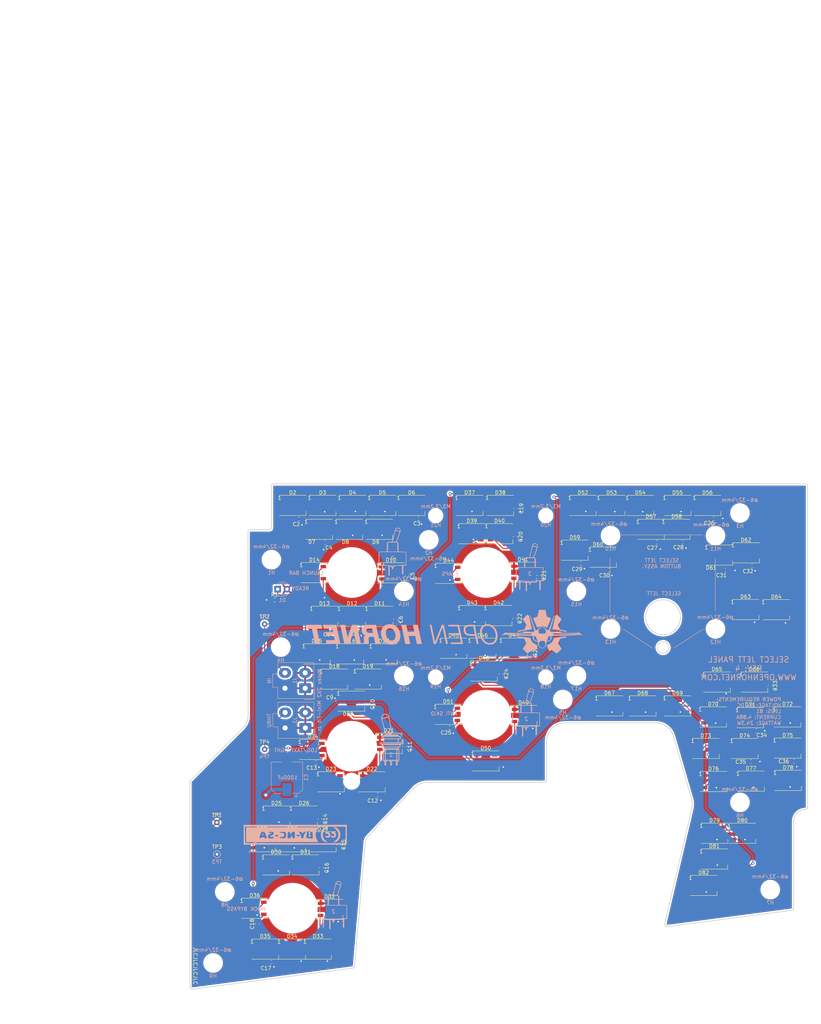
<source format=kicad_pcb>
(kicad_pcb (version 20221018) (generator pcbnew)
  (title_block (title "SELECT JETT PANEL") (date "2023-04-16") (rev "4") (company "www.openhornet.com") (comment 1 "CC-BY-NC-SA") (comment 2 "Backlighting - Type A"))
  (layers (0 "F.Cu" signal) (31 "B.Cu" signal) (34 "B.Paste" user) (35 "F.Paste" user) (36 "B.SilkS" user "B.Silkscreen") (37 "F.SilkS" user "F.Silkscreen") (38 "B.Mask" user) (39 "F.Mask" user) (44 "Edge.Cuts" user))
  (net 0 "")
  (net 1 "+5V")
  (net 2 "GND")
  (net 3 "Net-(D75-DOUT)")
  (net 4 "DATA IN")
  (net 5 "Net-(D2-DOUT)")
  (net 6 "Net-(D3-DOUT)")
  (net 7 "Net-(D4-DOUT)")
  (net 8 "Net-(D5-DOUT)")
  (net 9 "Net-(D6-DOUT)")
  (net 10 "Net-(D7-DOUT)")
  (net 11 "Net-(D8-DOUT)")
  (net 12 "Net-(D10-DIN)")
  (net 13 "Net-(D10-DOUT)")
  (net 14 "Net-(D11-DOUT)")
  (net 15 "Net-(D12-DOUT)")
  (net 16 "/DATA1")
  (net 17 "Net-(D15-DOUT)")
  (net 18 "Net-(D16-DOUT)")
  (net 19 "Net-(D17-DOUT)")
  (net 20 "Net-(D18-DOUT)")
  (net 21 "Net-(D19-DOUT)")
  (net 22 "Net-(D20-DOUT)")
  (net 23 "Net-(D21-DOUT)")
  (net 24 "Net-(D22-DOUT)")
  (net 25 "/DATA2")
  (net 26 "Net-(D25-DOUT)")
  (net 27 "Net-(D26-DOUT)")
  (net 28 "Net-(D27-DOUT)")
  (net 29 "Net-(D28-DOUT)")
  (net 30 "Net-(D29-DOUT)")
  (net 31 "Net-(D30-DOUT)")
  (net 32 "Net-(D31-DOUT)")
  (net 33 "Net-(D32-DOUT)")
  (net 34 "Net-(D33-DOUT)")
  (net 35 "Net-(D34-DOUT)")
  (net 36 "/DATA3")
  (net 37 "Net-(D37-DOUT)")
  (net 38 "Net-(D38-DOUT)")
  (net 39 "Net-(D39-DOUT)")
  (net 40 "Net-(D40-DOUT)")
  (net 41 "Net-(D41-DOUT)")
  (net 42 "Net-(D42-DOUT)")
  (net 43 "/DATA4")
  (net 44 "Net-(D45-DOUT)")
  (net 45 "Net-(D46-DOUT)")
  (net 46 "Net-(D47-DOUT)")
  (net 47 "Net-(D48-DOUT)")
  (net 48 "Net-(D49-DOUT)")
  (net 49 "/DATA5")
  (net 50 "Net-(D52-DOUT)")
  (net 51 "Net-(D53-DOUT)")
  (net 52 "Net-(D54-DOUT)")
  (net 53 "Net-(D55-DOUT)")
  (net 54 "Net-(D56-DOUT)")
  (net 55 "Net-(D57-DOUT)")
  (net 56 "Net-(D58-DOUT)")
  (net 57 "Net-(D59-DOUT)")
  (net 58 "Net-(D60-DOUT)")
  (net 59 "Net-(D61-DOUT)")
  (net 60 "Net-(D62-DOUT)")
  (net 61 "Net-(D63-DOUT)")
  (net 62 "Net-(D64-DOUT)")
  (net 63 "/DATA6")
  (net 64 "Net-(D67-DOUT)")
  (net 65 "Net-(D68-DOUT)")
  (net 66 "Net-(D69-DOUT)")
  (net 67 "Net-(D70-DOUT)")
  (net 68 "Net-(D71-DOUT)")
  (net 69 "Net-(D72-DOUT)")
  (net 70 "Net-(D73-DOUT)")
  (net 71 "Net-(D74-DOUT)")
  (net 72 "Net-(D76-DOUT)")
  (net 73 "/DATA7")
  (net 74 "Net-(D79-DOUT)")
  (net 75 "Net-(D80-DOUT)")
  (net 76 "DATA OUT")
  (net 77 "Net-(D81-DOUT)")
  (net 78 "Net-(D77-DOUT)")
  (net 79 "Net-(D65-DOUT)")
  (net 80 "Net-(D50-DOUT)")
  (net 81 "Net-(D43-DOUT)")
  (net 82 "Net-(D35-DOUT)")
  (net 83 "Net-(D23-DOUT)")
  (net 84 "Net-(D1-K)")
  (net 85 "Net-(D13-DOUT)")
  (footprint "OH_Footprints:C_0603_1608Metric" (layer "F.Cu") (at 94.77 38.91)
    (fp_text reference "C2")
    (fp_text value "0.1uF")
  )
  (footprint "OH_Footprints:C_0603_1608Metric" (layer "F.Cu") (at 101.92 45.27)
    (fp_text reference "C4")
    (fp_text value "0.1uF")
  )
  (footprint "OH_Footprints:C_0603_1608Metric" (layer "F.Cu") (at 127.31 38.76)
    (fp_text reference "C3")
    (fp_text value "0.1uF")
  )
  (footprint "OH_Footprints:C_0603_1608Metric" (layer "F.Cu") (at 124.19 54.3725 -90)
    (fp_text reference "C5")
    (fp_text value "0.1uF")
  )
  (footprint "OH_Footprints:C_0603_1608Metric" (layer "F.Cu") (at 121.08 66.27 -90)
    (fp_text reference "C6")
    (fp_text value "0.1uF")
  )
  (footprint "OH_Footprints:C_0603_1608Metric" (layer "F.Cu") (at 110.912 68.9)
    (fp_text reference "C7")
    (fp_text value "0.1uF")
  )
  (footprint "OH_Footprints:C_0603_1608Metric" (layer "F.Cu") (at 103.312 69)
    (fp_text reference "C8")
    (fp_text value "0.1uF")
  )
  (footprint "OH_Footprints:C_0603_1608Metric" (layer "F.Cu") (at 99.36 105.21)
    (fp_text reference "C13")
    (fp_text value "0.1uF")
  )
  (footprint "OH_Footprints:C_0603_1608Metric" (layer "F.Cu") (at 113.41 89.38 -90)
    (fp_text reference "C10")
    (fp_text value "0.1uF")
  )
  (footprint "OH_Footprints:C_0603_1608Metric" (layer "F.Cu") (at 103.79 86.07)
    (fp_text reference "C9")
    (fp_text value "0.1uF")
  )
  (footprint "OH_Footprints:C_0603_1608Metric" (layer "F.Cu") (at 123.53 100.87 -90)
    (fp_text reference "C11")
    (fp_text value "0.1uF")
  )
  (footprint "OH_Footprints:C_0603_1608Metric" (layer "F.Cu") (at 116.22 114.03)
    (fp_text reference "C12")
    (fp_text value "0.1uF")
  )
  (footprint "OH_Footprints:C_0603_1608Metric" (layer "F.Cu") (at 100.5 120.612 -90)
    (fp_text reference "C14")
    (fp_text value "0.1uF")
  )
  (footprint "OH_Footprints:C_0603_1608Metric" (layer "F.Cu") (at 105.5 127.612 -90)
    (fp_text reference "C15")
    (fp_text value "0.1uF")
  )
  (footprint "OH_Footprints:C_0603_1608Metric" (layer "F.Cu") (at 100.9 133.912 -90)
    (fp_text reference "C16")
    (fp_text value "0.1uF")
  )
  (footprint "OH_Footprints:C_0603_1608Metric" (layer "F.Cu") (at 83.44 149.21 90)
    (fp_text reference "C18")
    (fp_text value "0.1uF")
  )
  (footprint "OH_Footprints:C_0603_1608Metric" (layer "F.Cu") (at 87.21 159.62)
    (fp_text reference "C17")
    (fp_text value "0.1uF")
  )
  (footprint "OH_Footprints:C_0603_1608Metric" (layer "F.Cu") (at 149.8 81.1125 -90)
    (fp_text reference "C24")
    (fp_text value "0.1uF")
  )
  (footprint "OH_Footprints:C_0603_1608Metric" (layer "F.Cu") (at 135.81 95.7)
    (fp_text reference "C25")
    (fp_text value "0.1uF")
  )
  (footprint "OH_Footprints:C_0603_1608Metric" (layer "F.Cu") (at 157.7 74.9125 -90)
    (fp_text reference "C23")
    (fp_text value "0.1uF")
  )
  (footprint "OH_Footprints:C_0603_1608Metric" (layer "F.Cu") (at 160.07 54.26 -90)
    (fp_text reference "C21")
    (fp_text value "0.1uF")
  )
  (footprint "OH_Footprints:C_0603_1608Metric" (layer "F.Cu") (at 153.5 66.0125 -90)
    (fp_text reference "C22")
    (fp_text value "0.1uF")
  )
  (footprint "OH_Footprints:C_0603_1608Metric" (layer "F.Cu") (at 153.7 43.7125 -90)
    (fp_text reference "C20")
    (fp_text value "0.1uF")
  )
  (footprint "OH_Footprints:C_0603_1608Metric" (layer "F.Cu") (at 153.9 36.0125 -90)
    (fp_text reference "C19")
    (fp_text value "0.1uF")
  )
  (footprint "OH_Footprints:C_0603_1608Metric" (layer "F.Cu") (at 179.26 52.82)
    (fp_text reference "C30")
    (fp_text value "0.1uF")
  )
  (footprint "OH_Footprints:C_0603_1608Metric" (layer "F.Cu") (at 171.65 50.97)
    (fp_text reference "C29")
    (fp_text value "0.1uF")
  )
  (footprint "OH_Footprints:C_0603_1608Metric" (layer "F.Cu") (at 207.712 38.8)
    (fp_text reference "C26")
    (fp_text value "0.1uF")
  )
  (footprint "OH_Footprints:C_0603_1608Metric" (layer "F.Cu") (at 199.312 45.2)
    (fp_text reference "C28")
    (fp_text value "0.1uF")
  )
  (footprint "OH_Footprints:C_0603_1608Metric" (layer "F.Cu") (at 192.312 45.2)
    (fp_text reference "C27")
    (fp_text value "0.1uF")
  )
  (footprint "OH_Footprints:C_0603_1608Metric" (layer "F.Cu") (at 210.912 52.8)
    (fp_text reference "C31")
    (fp_text value "0.1uF")
  )
  (footprint "OH_Footprints:C_0603_1608Metric" (layer "F.Cu") (at 218.18 51.68)
    (fp_text reference "C32")
    (fp_text value "0.1uF")
  )
  (footprint "OH_Footprints:C_0603_1608Metric" (layer "F.Cu") (at 223.1 84.29 -90)
    (fp_text reference "C33")
    (fp_text value "0.1uF")
  )
  (footprint "OH_Footprints:C_0603_1608Metric" (layer "F.Cu") (at 219.312 96.6)
    (fp_text reference "C34")
    (fp_text value "0.1uF")
  )
  (footprint "OH_Footprints:C_0603_1608Metric" (layer "F.Cu") (at 217.88 104.94)
    (fp_text reference "C35")
    (fp_text value "0.1uF")
  )
  (footprint "OH_Footprints:C_0603_1608Metric" (layer "F.Cu") (at 229.612 104.9)
    (fp_text reference "C36")
    (fp_text value "0.1uF")
  )
  (footprint "OH_Footprints:LED_WS2812B_PLCC4_5.0x5.0mm_P3.2mm" (layer "F.Cu") (at 93.05 35.2)
    (fp_text reference "D2")
    (fp_text value "RGB")
  )
  (footprint "OH_Footprints:LED_WS2812B_PLCC4_5.0x5.0mm_P3.2mm" (layer "F.Cu") (at 101.2 35.2)
    (fp_text reference "D3")
    (fp_text value "RGB")
  )
  (footprint "OH_Footprints:LED_WS2812B_PLCC4_5.0x5.0mm_P3.2mm" (layer "F.Cu") (at 109.35 35.2)
    (fp_text reference "D4")
    (fp_text value "RGB")
  )
  (footprint "OH_Footprints:LED_WS2812B_PLCC4_5.0x5.0mm_P3.2mm" (layer "F.Cu") (at 117.5 35.2)
    (fp_text reference "D5")
    (fp_text value "RGB")
  )
  (footprint "OH_Footprints:LED_WS2812B_PLCC4_5.0x5.0mm_P3.2mm" (layer "F.Cu") (at 125.45 35.2)
    (fp_text reference "D6")
    (fp_text value "RGB")
  )
  (footprint "OH_Footprints:LED_WS2812B_PLCC4_5.0x5.0mm_P3.2mm" (layer "F.Cu") (at 100.29 41.7)
    (fp_text reference "D7")
    (fp_text value "RGB")
  )
  (footprint "OH_Footprints:LED_WS2812B_PLCC4_5.0x5.0mm_P3.2mm" (layer "F.Cu") (at 108.465 41.7)
    (fp_text reference "D8")
    (fp_text value "RGB")
  )
  (footprint "OH_Footprints:LED_WS2812B_PLCC4_5.0x5.0mm_P3.2mm" (layer "F.Cu") (at 116.64 41.7)
    (fp_text reference "D9")
    (fp_text value "RGB")
  )
  (footprint "OH_Footprints:LED_WS2812B_PLCC4_5.0x5.0mm_P3.2mm" (layer "F.Cu") (at 119.84 53.56)
    (fp_text reference "D10")
    (fp_text value "RGB")
  )
  (footprint "OH_Footprints:LED_WS2812B_PLCC4_5.0x5.0mm_P3.2mm" (layer "F.Cu") (at 116.75 65.4)
    (fp_text reference "D11")
    (fp_text value "RGB")
  )
  (footprint "OH_Footprints:LED_WS2812B_PLCC4_5.0x5.0mm_P3.2mm" (layer "F.Cu") (at 109.225 65.4)
    (fp_text reference "D12")
    (fp_text value "RGB")
  )
  (footprint "OH_Footprints:LED_WS2812B_PLCC4_5.0x5.0mm_P3.2mm" (layer "F.Cu") (at 101.7 65.4)
    (fp_text reference "D13")
    (fp_text value "RGB")
  )
  (footprint "OH_Footprints:LED_WS2812B_PLCC4_5.0x5.0mm_P3.2mm" (layer "F.Cu") (at 98.95 53.5)
    (fp_text reference "D14")
    (fp_text value "RGB")
  )
  (footprint "OH_Footprints:LED_WS2812B_PLCC4_5.0x5.0mm_P3.2mm" (layer "F.Cu") (at 99.625 75.63)
    (fp_text reference "D15")
    (fp_text value "RGB")
  )
  (footprint "OH_Footprints:LED_WS2812B_PLCC4_5.0x5.0mm_P3.2mm" (layer "F.Cu") (at 108.75 75.63)
    (fp_text reference "D16")
    (fp_text value "RGB")
  )
  (footprint "OH_Footprints:LED_WS2812B_PLCC4_5.0x5.0mm_P3.2mm" (layer "F.Cu") (at 117.875 75.63)
    (fp_text reference "D17")
    (fp_text value "RGB")
  )
  (footprint "OH_Footprints:LED_WS2812B_PLCC4_5.0x5.0mm_P3.2mm" (layer "F.Cu") (at 104.4 82.5)
    (fp_text reference "D18")
    (fp_text value "RGB")
  )
  (footprint "OH_Footprints:LED_WS2812B_PLCC4_5.0x5.0mm_P3.2mm" (layer "F.Cu") (at 113.55 82.5)
    (fp_text reference "D19")
    (fp_text value "RGB")
  )
  (footprint "OH_Footprints:LED_WS2812B_PLCC4_5.0x5.0mm_P3.2mm" (layer "F.Cu") (at 109.05 88.5)
    (fp_text reference "D20")
    (fp_text value "RGB")
  )
  (footprint "OH_Footprints:LED_WS2812B_PLCC4_5.0x5.0mm_P3.2mm" (layer "F.Cu") (at 119.25 100)
    (fp_text reference "D21")
    (fp_text value "RGB")
  )
  (footprint "OH_Footprints:LED_WS2812B_PLCC4_5.0x5.0mm_P3.2mm" (layer "F.Cu") (at 114.62 110.47)
    (fp_text reference "D22")
    (fp_text value "RGB")
  )
  (footprint "OH_Footprints:LED_WS2812B_PLCC4_5.0x5.0mm_P3.2mm" (layer "F.Cu") (at 103.49 110.47)
    (fp_text reference "D23")
    (fp_text value "RGB")
  )
  (footprint "OH_Footprints:LED_WS2812B_PLCC4_5.0x5.0mm_P3.2mm" (layer "F.Cu") (at 98.55 101.66)
    (fp_text reference "D24")
    (fp_text value "RGB")
  )
  (footprint "OH_Footprints:LED_WS2812B_PLCC4_5.0x5.0mm_P3.2mm" (layer "F.Cu") (at 88.65 119.8)
    (fp_text reference "D25")
    (fp_text value "RGB")
  )
  (footprint "OH_Footprints:LED_WS2812B_PLCC4_5.0x5.0mm_P3.2mm" (layer "F.Cu") (at 96.15 119.8)
    (fp_text reference "D26")
    (fp_text value "RGB")
  )
  (footprint "OH_Footprints:LED_WS2812B_PLCC4_5.0x5.0mm_P3.2mm" (layer "F.Cu") (at 84.65 126.8)
    (fp_text reference "D27")
    (fp_text value "RGB")
  )
  (footprint "OH_Footprints:LED_WS2812B_PLCC4_5.0x5.0mm_P3.2mm" (layer "F.Cu") (at 92.95 126.8)
    (fp_text reference "D28")
    (fp_text value "RGB")
  )
  (footprint "OH_Footprints:LED_WS2812B_PLCC4_5.0x5.0mm_P3.2mm" (layer "F.Cu") (at 101.25 126.8)
    (fp_text reference "D29")
    (fp_text value "RGB")
  )
  (footprint "OH_Footprints:LED_WS2812B_PLCC4_5.0x5.0mm_P3.2mm" (layer "F.Cu") (at 88.55 133.1)
    (fp_text reference "D30")
    (fp_text value "RGB")
  )
  (footprint "OH_Footprints:LED_WS2812B_PLCC4_5.0x5.0mm_P3.2mm" (layer "F.Cu") (at 96.55 133.1)
    (fp_text reference "D31")
    (fp_text value "RGB")
  )
  (footprint "OH_Footprints:LED_WS2812B_PLCC4_5.0x5.0mm_P3.2mm" (layer "F.Cu") (at 103.11 145.23)
    (fp_text reference "D32")
    (fp_text value "RGB")
  )
  (footprint "OH_Footprints:LED_WS2812B_PLCC4_5.0x5.0mm_P3.2mm" (layer "F.Cu") (at 99.95 156.04)
    (fp_text reference "D33")
    (fp_text value "RGB")
  )
  (footprint "OH_Footprints:LED_WS2812B_PLCC4_5.0x5.0mm_P3.2mm" (layer "F.Cu") (at 92.9 156.04)
    (fp_text reference "D34")
    (fp_text value "RGB")
  )
  (footprint "OH_Footprints:LED_WS2812B_PLCC4_5.0x5.0mm_P3.2mm" (layer "F.Cu") (at 85.55 156.04)
    (fp_text reference "D35")
    (fp_text value "RGB")
  )
  (footprint "OH_Footprints:LED_WS2812B_PLCC4_5.0x5.0mm_P3.2mm" (layer "F.Cu") (at 82.73 144.92)
    (fp_text reference "D36")
    (fp_text value "RGB")
  )
  (footprint "OH_Footprints:LED_WS2812B_PLCC4_5.0x5.0mm_P3.2mm" (layer "F.Cu") (at 141.25 35.2)
    (fp_text reference "D37")
    (fp_text value "RGB")
  )
  (footprint "OH_Footprints:LED_WS2812B_PLCC4_5.0x5.0mm_P3.2mm" (layer "F.Cu") (at 149.6 35.2)
    (fp_text reference "D38")
    (fp_text value "RGB")
  )
  (footprint "OH_Footprints:LED_WS2812B_PLCC4_5.0x5.0mm_P3.2mm" (layer "F.Cu") (at 141.85 42.9)
    (fp_text reference "D39")
    (fp_text value "RGB")
  )
  (footprint "OH_Footprints:LED_WS2812B_PLCC4_5.0x5.0mm_P3.2mm" (layer "F.Cu") (at 149.4 42.9)
    (fp_text reference "D40")
    (fp_text value "RGB")
  )
  (footprint "OH_Footprints:LED_WS2812B_PLCC4_5.0x5.0mm_P3.2mm" (layer "F.Cu") (at 155.8 53.4)
    (fp_text reference "D41")
    (fp_text value "RGB")
  )
  (footprint "OH_Footprints:LED_WS2812B_PLCC4_5.0x5.0mm_P3.2mm" (layer "F.Cu") (at 149.15 65.2)
    (fp_text reference "D42")
    (fp_text value "RGB")
  )
  (footprint "OH_Footprints:LED_WS2812B_PLCC4_5.0x5.0mm_P3.2mm" (layer "F.Cu") (at 141.95 65.2)
    (fp_text reference "D43")
    (fp_text value "RGB")
  )
  (footprint "OH_Footprints:LED_WS2812B_PLCC4_5.0x5.0mm_P3.2mm" (layer "F.Cu") (at 135.55 53.7)
    (fp_text reference "D44")
    (fp_text value "RGB")
  )
  (footprint "OH_Footprints:LED_WS2812B_PLCC4_5.0x5.0mm_P3.2mm" (layer "F.Cu") (at 136.9 74.1)
    (fp_text reference "D45")
    (fp_text value "RGB")
  )
  (footprint "OH_Footprints:LED_WS2812B_PLCC4_5.0x5.0mm_P3.2mm" (layer "F.Cu") (at 144.8 74.1)
    (fp_text reference "D46")
    (fp_text value "RGB")
  )
  (footprint "OH_Footprints:LED_WS2812B_PLCC4_5.0x5.0mm_P3.2mm" (layer "F.Cu") (at 153.35 74.1)
    (fp_text reference "D47")
    (fp_text value "RGB")
  )
  (footprint "OH_Footprints:LED_WS2812B_PLCC4_5.0x5.0mm_P3.2mm" (layer "F.Cu") (at 145.15 80.3)
    (fp_text reference "D48")
    (fp_text value "RGB")
  )
  (footprint "OH_Footprints:LED_WS2812B_PLCC4_5.0x5.0mm_P3.2mm" (layer "F.Cu") (at 155.95 92.4)
    (fp_text reference "D49")
    (fp_text value "RGB")
  )
  (footprint "OH_Footprints:LED_WS2812B_PLCC4_5.0x5.0mm_P3.2mm" (layer "F.Cu") (at 145.65 104.8)
    (fp_text reference "D50")
    (fp_text value "RGB")
  )
  (footprint "OH_Footprints:LED_WS2812B_PLCC4_5.0x5.0mm_P3.2mm" (layer "F.Cu") (at 135.45 92.1)
    (fp_text reference "D51")
    (fp_text value "RGB")
  )
  (footprint "OH_Footprints:LED_WS2812B_PLCC4_5.0x5.0mm_P3.2mm" (layer "F.Cu") (at 172.1 35.2)
    (fp_text reference "D52")
    (fp_text value "RGB")
  )
  (footprint "OH_Footprints:LED_WS2812B_PLCC4_5.0x5.0mm_P3.2mm" (layer "F.Cu") (at 179.925 35.2)
    (fp_text reference "D53")
    (fp_text value "RGB")
  )
  (footprint "OH_Footprints:LED_WS2812B_PLCC4_5.0x5.0mm_P3.2mm" (layer "F.Cu") (at 187.75 35.2)
    (fp_text reference "D54")
    (fp_text value "RGB")
  )
  (footprint "OH_Footprints:LED_WS2812B_PLCC4_5.0x5.0mm_P3.2mm" (layer "F.Cu") (at 197.9 35.2)
    (fp_text reference "D55")
    (fp_text value "RGB")
  )
  (footprint "OH_Footprints:LED_WS2812B_PLCC4_5.0x5.0mm_P3.2mm" (layer "F.Cu") (at 206.05 35.2)
    (fp_text reference "D56")
    (fp_text value "RGB")
  )
  (footprint "OH_Footprints:LED_WS2812B_PLCC4_5.0x5.0mm_P3.2mm" (layer "F.Cu") (at 190.65 41.7)
    (fp_text reference "D57")
    (fp_text value "RGB")
  )
  (footprint "OH_Footprints:LED_WS2812B_PLCC4_5.0x5.0mm_P3.2mm" (layer "F.Cu") (at 197.65 41.7)
    (fp_text reference "D58")
    (fp_text value "RGB")
  )
  (footprint "OH_Footprints:LED_WS2812B_PLCC4_5.0x5.0mm_P3.2mm" (layer "F.Cu") (at 169.91 47.39)
    (fp_text reference "D59")
    (fp_text value "RGB")
  )
  (footprint "OH_Footprints:LED_WS2812B_PLCC4_5.0x5.0mm_P3.2mm" (layer "F.Cu") (at 177.6 49.29)
    (fp_text reference "D60")
    (fp_text value "RGB")
  )
  (footprint "OH_Footprints:LED_WS2812B_PLCC4_5.0x5.0mm_P3.2mm" (layer "F.Cu") (at 209.29 48.72)
    (fp_text reference "D61")
    (fp_text value "RGB")
  )
  (footprint "OH_Footprints:LED_WS2812B_PLCC4_5.0x5.0mm_P3.2mm" (layer "F.Cu") (at 216.55 48.1)
    (fp_text reference "D62")
    (fp_text value "RGB")
  )
  (footprint "OH_Footprints:LED_WS2812B_PLCC4_5.0x5.0mm_P3.2mm" (layer "F.Cu") (at 216.42 63.56)
    (fp_text reference "D63")
    (fp_text value "RGB")
  )
  (footprint "OH_Footprints:LED_WS2812B_PLCC4_5.0x5.0mm_P3.2mm" (layer "F.Cu") (at 224.8 63.59)
    (fp_text reference "D64")
    (fp_text value "RGB")
  )
  (footprint "OH_Footprints:LED_WS2812B_PLCC4_5.0x5.0mm_P3.2mm" (layer "F.Cu") (at 208.61 83.31)
    (fp_text reference "D65")
    (fp_text value "RGB")
  )
  (footprint "OH_Footprints:LED_WS2812B_PLCC4_5.0x5.0mm_P3.2mm" (layer "F.Cu") (at 218.81 83.31)
    (fp_text reference "D66")
    (fp_text value "RGB")
  )
  (footprint "OH_Footprints:LED_WS2812B_PLCC4_5.0x5.0mm_P3.2mm" (layer "F.Cu") (at 179.35 89.8)
    (fp_text reference "D67")
    (fp_text value "RGB")
  )
  (footprint "OH_Footprints:LED_WS2812B_PLCC4_5.0x5.0mm_P3.2mm" (layer "F.Cu") (at 188.4 89.8)
    (fp_text reference "D68")
    (fp_text value "RGB")
  )
  (footprint "OH_Footprints:LED_WS2812B_PLCC4_5.0x5.0mm_P3.2mm" (layer "F.Cu") (at 197.9 89.8)
    (fp_text reference "D69")
    (fp_text value "RGB")
  )
  (footprint "OH_Footprints:LED_WS2812B_PLCC4_5.0x5.0mm_P3.2mm" (layer "F.Cu") (at 207.6 92.8)
    (fp_text reference "D70")
    (fp_text value "RGB")
  )
  (footprint "OH_Footprints:LED_WS2812B_PLCC4_5.0x5.0mm_P3.2mm" (layer "F.Cu") (at 217.7 93)
    (fp_text reference "D71")
    (fp_text value "RGB")
  )
  (footprint "OH_Footprints:LED_WS2812B_PLCC4_5.0x5.0mm_P3.2mm" (layer "F.Cu") (at 227.85 92.8)
    (fp_text reference "D72")
    (fp_text value "RGB")
  )
  (footprint "OH_Footprints:LED_WS2812B_PLCC4_5.0x5.0mm_P3.2mm" (layer "F.Cu") (at 205.6 101.4)
    (fp_text reference "D73")
    (fp_text value "RGB")
  )
  (footprint "OH_Footprints:LED_WS2812B_PLCC4_5.0x5.0mm_P3.2mm" (layer "F.Cu") (at 216.2 101.4)
    (fp_text reference "D74")
    (fp_text value "RGB")
  )
  (footprint "OH_Footprints:LED_WS2812B_PLCC4_5.0x5.0mm_P3.2mm" (layer "F.Cu") (at 227.9 101.3)
    (fp_text reference "D75")
    (fp_text value "RGB")
  )
  (footprint "OH_Footprints:LED_WS2812B_PLCC4_5.0x5.0mm_P3.2mm" (layer "F.Cu") (at 207.7 110.4)
    (fp_text reference "D76")
    (fp_text value "RGB")
  )
  (footprint "OH_Footprints:LED_WS2812B_PLCC4_5.0x5.0mm_P3.2mm" (layer "F.Cu") (at 217.9 110.3)
    (fp_text reference "D77")
    (fp_text value "RGB")
  )
  (footprint "OH_Footprints:LED_WS2812B_PLCC4_5.0x5.0mm_P3.2mm" (layer "F.Cu") (at 228 110.1)
    (fp_text reference "D78")
    (fp_text value "RGB")
  )
  (footprint "OH_Footprints:LED_WS2812B_PLCC4_5.0x5.0mm_P3.2mm" (layer "F.Cu") (at 207.95 124.5)
    (fp_text reference "D79")
    (fp_text value "RGB")
  )
  (footprint "OH_Footprints:LED_WS2812B_PLCC4_5.0x5.0mm_P3.2mm" (layer "F.Cu") (at 215.55 124.5)
    (fp_text reference "D80")
    (fp_text value "RGB")
  )
  (footprint "OH_Footprints:LED_WS2812B_PLCC4_5.0x5.0mm_P3.2mm" (layer "F.Cu") (at 207.9 131.5)
    (fp_text reference "D81")
    (fp_text value "RGB")
  )
  (footprint "OH_Footprints:LED_WS2812B_PLCC4_5.0x5.0mm_P3.2mm" (layer "F.Cu") (at 205 138.7)
    (fp_text reference "D82")
    (fp_text value "RGB")
  )
  (footprint "OH_Footprints:R_0603_1608Metric" (layer "F.Cu") (at 88.13 60.96)
    (fp_text reference "R1")
    (fp_text value "470")
  )
  (footprint "OH_Footprints:631HX_Toggle_13mm_x_13mm" (layer "F.Cu") (at 109.105698 53.467018)
    (fp_text reference "H22" hide)
    (fp_text value "12.7mm / .500in" hide)
  )
  (footprint "OH_Footprints:631HX_Toggle_13mm_x_13mm" (layer "F.Cu") (at 145.681694 53.467018)
    (fp_text reference "H23" hide)
    (fp_text value "12.7mm / .500in" hide)
  )
  (footprint "OH_Footprints:100SPX_Toggle_13mm_x_18mm" (layer "F.Cu") (at 109.105698 100.774518)
    (fp_text reference "H26" hide)
    (fp_text value "12.7mm / .500in" hide)
  )
  (footprint "OH_Footprints:631HX_Toggle_13mm_x_13mm" (layer "F.Cu") (at 145.681694 92.329018)
    (fp_text reference "H24" hide)
    (fp_text value "12.7mm / .500in" hide)
  )
  (footprint "OH_Footprints:631HX_Toggle_13mm_x_13mm" (layer "F.Cu") (at 92.976707 144.906997)
    (fp_text reference "H25" hide)
    (fp_text value "12.7mm / .500in" hide)
  )
  (footprint "OH_Footprints:TestPoint_THTPad_D1.5mm_Drill0.7mm" (layer "F.Cu") (at 85.41 67.52)
    (fp_text reference "TP2")
    (fp_text value "TestPoint" hide)
  )
  (footprint "OH_Footprints:TestPoint_THTPad_D1.5mm_Drill0.7mm" (layer "F.Cu") (at 72.44 130.21)
    (fp_text reference "TP3")
    (fp_text value "TestPoint" hide)
  )
  (footprint "OH_Footprints:TestPoint_THTPad_D1.5mm_Drill0.7mm" (layer "F.Cu") (at 85.41 101.63)
    (fp_text reference "TP4")
    (fp_text value "TestPoint" hide)
  )
  (footprint "OH_Footprints:TestPoint_THTPad_D1.5mm_Drill0.7mm" (layer "F.Cu") (at 72.39 121.55)
    (fp_text reference "TP1")
    (fp_text value "TestPoint" hide)
  )
  (footprint "OH_Footprints:CP_Elec_8x10" (layer "B.Cu") (at 91.5 109.35 90)
    (fp_text reference "C1")
    (fp_text value "1000uF")
  )
  (footprint "OH_Footprints:LED_D3.0mm" (layer "B.Cu") (at 88.96 58)
    (fp_text reference "D1")
    (fp_text value "Green")
  )
  (footprint "OH_Footprints:Molex_Mini-Fit_Jr_5566-04A_2x02_P4.20mm_Vertical" (layer "B.Cu") (at 96.45 85 90)
    (fp_text reference "J1")
    (fp_text value "Molex 2x02 Mini-Fit Jr.")
  )
  (footprint "OH_Footprints:Molex_Mini-Fit_Jr_5566-04A_2x02_P4.20mm_Vertical" (layer "B.Cu") (at 96.5 95.8 90)
    (fp_text reference "J2")
    (fp_text value "Molex 2x02 Mini-Fit Jr.")
  )
  (footprint "OH_Footprints:MountingHole_6-32_PHS" (layer "B.Cu") (at 87.261697 49.974517 180)
    (fp_text reference "H1")
    (fp_text value "6x32 / 4mm" hide)
  )
  (footprint "OH_Footprints:MountingHole_6-32_PHS" (layer "B.Cu") (at 130.124197 44.577011 180)
    (fp_text reference "H2")
    (fp_text value "6x32 / 4mm" hide)
  )
  (footprint "OH_Footprints:MountingHole_6-32_PHS" (layer "B.Cu") (at 214.896696 37.2745 180)
    (fp_text reference "H3")
    (fp_text value "6x32 / 4mm" hide)
  )
  (footprint "OH_Footprints:MountingHole_6-32_PHS" (layer "B.Cu") (at 166.636703 88.074497 180)
    (fp_text reference "H5")
    (fp_text value "6x32 / 4mm" hide)
  )
  (footprint "OH_Footprints:MountingHole_6-32_PHS" (layer "B.Cu") (at 74.561693 140.462018 180)
    (fp_text reference "H8")
    (fp_text value "6x32 / 4mm" hide)
  )
  (footprint "OH_Footprints:MountingHole_6-32_PHS" (layer "B.Cu") (at 214.896707 116.078 180)
    (fp_text reference "H6")
    (fp_text value "6x32 / 4mm" hide)
  )
  (footprint "OH_Footprints:MountingHole_6-32_PHS" (layer "B.Cu") (at 89.801693 73.787017 180)
    (fp_text reference "H4")
    (fp_text value "6x32 / 4mm" hide)
  )
  (footprint "OH_Footprints:MountingHole_6-32_PHS" (layer "B.Cu") (at 71.386707 159.820032 180)
    (fp_text reference "H9")
    (fp_text value "6x32 / 4mm" hide)
  )
  (footprint "OH_Footprints:MountingHole_6-32_PHS" (layer "B.Cu") (at 223.151694 139.839819 180)
    (fp_text reference "H7")
    (fp_text value "6x32 / 4mm" hide)
  )
  (footprint "OH_Footprints:LOGO_OH_Text_Large" (layer "B.Cu") (at 134.35 69.58 180)
    (fp_text reference "LOGO1" hide)
    (fp_text value "LOGO" hide)
  )
  (footprint "OH_Footprints:LOGO_CC-BY-NC-SA_Half_Large" (layer "B.Cu") (at 93.834106 124.89 180)
    (fp_text reference "LOGO2" hide)
    (fp_text value "LOGO" hide)
  )
  (footprint "OH_Footprints:MountingHole_3.2mm_M3_DIN965" (layer "B.Cu") (at 132 38 180)
    (fp_text reference "H21")
    (fp_text value "M3 / 3.2mm" hide)
  )
  (footprint "OH_Footprints:MountingHole_6-32_PHS" (layer "B.Cu") (at 123.34 58.59 180)
    (fp_text reference "H14")
    (fp_text value "6x32 / 4mm" hide)
  )
  (footprint "OH_Footprints:MountingHole_6-32_PHS" (layer "B.Cu") (at 170.34 58.6 180)
    (fp_text reference "H15")
    (fp_text value "6x32 / 4mm" hide)
  )
  (footprint "OH_Footprints:MountingHole_3.2mm_M3_DIN965" (layer "B.Cu") (at 162.01 37.99 180)
    (fp_text reference "H20")
    (fp_text value "M3 / 3.2mm" hide)
  )
  (footprint "OH_Footprints:MountingHole_6-32_PHS" (layer "B.Cu") (at 179.65 43.43 180)
    (fp_text reference "H10")
    (fp_text value "6x32 / 4mm" hide)
  )
  (footprint "OH_Footprints:631H2_Toggle_Silkscreen" (layer "B.Cu") (at 120.29 47.78 180)
    (fp_text reference "LOGO3" hide)
    (fp_text value "LOGO" hide)
  )
  (footprint "OH_Footprints:631H3_Toggle_Silkscreen" (layer "B.Cu") (at 157.687701 52.034808 180)
    (fp_text reference "LOGO4" hide)
    (fp_text value "LOGO" hide)
  )
  (footprint "OH_Footprints:MountingHole_3.2mm_M3_DIN965" (layer "B.Cu") (at 162.01 82 180)
    (fp_text reference "H18")
    (fp_text value "M3 / 3.2mm" hide)
  )
  (footprint "OH_Footprints:MountingHole_6-32_PHS" (layer "B.Cu") (at 179.65 68.84 180)
    (fp_text reference "H13")
    (fp_text value "6x32 / 4mm" hide)
  )
  (footprint "OH_Footprints:631H2_Toggle_Silkscreen" (layer "B.Cu") (at 104.17 144.03 180)
    (fp_text reference "LOGO6" hide)
    (fp_text value "LOGO" hide)
  )
  (footprint "OH_Footprints:MountingHole_6-32_PHS" (layer "B.Cu") (at 170.35 81.59 180)
    (fp_text reference "H17")
    (fp_text value "6x32 / 4mm" hide)
  )
  (footprint "OH_Footprints:100SP1_Toggle_Silkscreen" (layer "B.Cu") (at 119.34 100.33 180)
    (fp_text reference "LOGO7" hide)
    (fp_text value "LOGO" hide)
  )
  (footprint "OH_Footprints:MountingHole_3.2mm_M3_DIN965" (layer "B.Cu") (at 132 81.99 180)
    (fp_text reference "H19")
    (fp_text value "M3 / 3.2mm" hide)
  )
  (footprint "OH_Footprints:MountingHole_6-32_PHS" (layer "B.Cu") (at 208.23 43.43 180)
    (fp_text reference "H11")
    (fp_text value "6x32 / 4mm" hide)
  )
  (footprint "OH_Footprints:MountingHole_6-32_PHS" (layer "B.Cu") (at 208.23 68.83 180)
    (fp_text reference "H12")
    (fp_text value "6x32 / 4mm" hide)
  )
  (footprint "OH_Footprints:631H2_Toggle_Silkscreen" (layer "B.Cu") (at 156.67 91.59 180)
    (fp_text reference "LOGO5" hide)
    (fp_text value "LOGO" hide)
  )
  (footprint "OH_Footprints:MountingHole_6-32_PHS" (layer "B.Cu") (at 123.34 81.59 180)
    (fp_text reference "H16")
    (fp_text value "6x32 / 4mm" hide)
  )
  (gr_line (start 186.9 43.22) (end 187.67 43.22) (stroke (width 0.12)) (layer "B.SilkS"))
  (gr_line (start 187.67 43.22) (end 204.74 43.23) (stroke (width 0.12)) (layer "B.SilkS"))
  (gr_line (start 204.87 68.9) (end 196.97 73.99) (stroke (width 0.12)) (layer "B.SilkS"))
  (gr_line (start 208.17 49.67) (end 208.16 63.8) (stroke (width 0.12)) (layer "B.SilkS"))
  (gr_line (start 179.5 64.24) (end 179.51 49.59) (stroke (width 0.12)) (layer "B.SilkS"))
  (gr_line (start 190.98 74.05) (end 183.09 68.87) (stroke (width 0.12)) (layer "B.SilkS"))
  (gr_line (start 186.9 43.22) (end 182.63 43.22) (stroke (width 0.12)) (layer "B.SilkS"))
  (gr_line (start 164.268286 95.405407) (end 164.071086 95.559028) (stroke (width 0.2)) (layer "Edge.Cuts"))
  (gr_line (start 232.121572 118.082515) (end 231.969379 118.114191) (stroke (width 0.2)) (layer "Edge.Cuts"))
  (gr_line (start 161.486361 110.600146) (end 161.448576 110.601083) (stroke (width 0.2)) (layer "Edge.Cuts"))
  (gr_line (start 229.470375 144.996789) (end 229.457503 145.028272) (stroke (width 0.2)) (layer "Edge.Cuts"))
  (gr_line (start 196.585776 97.488598) (end 196.500269 97.299481) (stroke (width 0.2)) (layer "Edge.Cuts"))
  (gr_line (start 233.007111 117.893884) (end 232.977209 117.913922) (stroke (width 0.2)) (layer "Edge.Cuts"))
  (gr_line (start 232.63142 118.030066) (end 232.593138 118.03225) (stroke (width 0.2)) (layer "Edge.Cuts"))
  (gr_line (start 231.969379 118.114191) (end 231.819991 118.153011) (stroke (width 0.2)) (layer "Edge.Cuts"))
  (gr_line (start 228.858061 145.47992) (end 195.307463 149.896935) (stroke (width 0.2)) (layer "Edge.Cuts"))
  (gr_line (start 167.290587 94.408586) (end 167.038683 94.414829) (stroke (width 0.2)) (layer "Edge.Cuts"))
  (gr_line (start 229.410916 145.118364) (end 229.392845 145.146812) (stroke (width 0.2)) (layer "Edge.Cuts"))
  (gr_line (start 201.874294 117.254869) (end 201.893417 117.093855) (stroke (width 0.2)) (layer "Edge.Cuts"))
  (gr_line (start 232.848213 117.979673) (end 232.813838 117.992282) (stroke (width 0.2)) (layer "Edge.Cuts"))
  (gr_line (start 163.69847 95.896485) (end 163.524763 96.079022) (stroke (width 0.2)) (layer "Edge.Cuts"))
  (gr_line (start 161.670191 110.568147) (end 161.634312 110.578103) (stroke (width 0.2)) (layer "Edge.Cuts"))
  (gr_line (start 165.119984 94.895666) (end 164.898457 95.007045) (stroke (width 0.2)) (layer "Edge.Cuts"))
  (gr_line (start 229.500541 144.898535) (end 229.491928 144.931882) (stroke (width 0.2)) (layer "Edge.Cuts"))
  (gr_arc (start 87.27 29.83) (mid 87.416447 29.476447) (end 87.77 29.33) (stroke (width 0.2)) (layer "Edge.Cuts"))
  (gr_line (start 195.968851 96.425447) (end 195.843188 96.266002) (stroke (width 0.2)) (layer "Edge.Cuts"))
  (gr_line (start 229.820866 119.856229) (end 229.759807 119.994595) (stroke (width 0.2)) (layer "Edge.Cuts"))
  (gr_line (start 201.801347 115.484043) (end 201.763878 115.325821) (stroke (width 0.2)) (layer "Edge.Cuts"))
  (gr_line (start 201.90738 116.932475) (end 201.916186 116.770854) (stroke (width 0.2)) (layer "Edge.Cuts"))
  (gr_line (start 231.121579 118.447599) (end 230.992893 118.525281) (stroke (width 0.2)) (layer "Edge.Cuts"))
  (gr_line (start 233.329616 117.308978) (end 233.326799 117.346829) (stroke (width 0.2)) (layer "Edge.Cuts"))
  (gr_line (start 162.206841 109.914403) (end 162.202219 109.951613) (stroke (width 0.2)) (layer "Edge.Cuts"))
  (gr_line (start 194.806905 95.3115) (end 194.638882 95.200033) (stroke (width 0.2)) (layer "Edge.Cuts"))
  (gr_line (start 65.094198 166.415558) (end 65.082542 166.376974) (stroke (width 0.2)) (layer "Edge.Cuts"))
  (gr_line (start 161.634312 110.578103) (end 161.597927 110.586307) (stroke (width 0.2)) (layer "Edge.Cuts"))
  (gr_line (start 194.44802 149.197118) (end 194.446045 149.151356) (stroke (width 0.2)) (layer "Edge.Cuts"))
  (gr_line (start 229.759807 119.994595) (end 229.705241 120.136297) (stroke (width 0.2)) (layer "Edge.Cuts"))
  (gr_line (start 166.052331 94.561794) (end 165.813141 94.628171) (stroke (width 0.2)) (layer "Edge.Cuts"))
  (gr_line (start 196.201396 96.760149) (end 196.08832 96.590213) (stroke (width 0.2)) (layer "Edge.Cuts"))
  (gr_line (start 161.871338 110.473064) (end 161.839808 110.49299) (stroke (width 0.2)) (layer "Edge.Cuts"))
  (gr_line (start 230.868303 118.608773) (end 230.747993 118.697886) (stroke (width 0.2)) (layer "Edge.Cuts"))
  (gr_line (start 127.396557 111.162549) (end 127.053097 111.356351) (stroke (width 0.2)) (layer "Edge.Cuts"))
  (gr_line (start 161.561099 110.592732) (end 161.523889 110.597354) (stroke (width 0.2)) (layer "Edge.Cuts"))
  (gr_line (start 231.3905 118.310428) (end 231.254176 118.375918) (stroke (width 0.2)) (layer "Edge.Cuts"))
  (gr_line (start 233.297737 117.492514) (end 233.286244 117.527277) (stroke (width 0.2)) (layer "Edge.Cuts"))
  (gr_line (start 126.726076 111.575865) (end 126.416999 111.819995) (stroke (width 0.2)) (layer "Edge.Cuts"))
  (gr_line (start 65.070354 110.475268) (end 65.078558 110.438884) (stroke (width 0.2)) (layer "Edge.Cuts"))
  (gr_line (start 65.160513 166.561916) (end 65.141052 166.52668) (stroke (width 0.2)) (layer "Edge.Cuts"))
  (gr_line (start 162.195794 109.988441) (end 162.18759 110.024826) (stroke (width 0.2)) (layer "Edge.Cuts"))
  (gr_line (start 195.282596 95.684439) (end 195.128961 95.553853) (stroke (width 0.2)) (layer "Edge.Cuts"))
  (gr_line (start 194.612805 149.61728) (end 194.584931 149.580155) (stroke (width 0.2)) (layer "Edge.Cuts"))
  (gr_line (start 194.945221 149.856717) (end 194.902928 149.839729) (stroke (width 0.2)) (layer "Edge.Cuts"))
  (gr_line (start 65.205097 110.171285) (end 65.228141 110.141706) (stroke (width 0.2)) (layer "Edge.Cuts"))
  (gr_line (start 201.721281 115.168595) (end 196.797148 98.081864) (stroke (width 0.2)) (layer "Edge.Cuts"))
  (gr_line (start 195.431036 95.821097) (end 195.282596 95.684439) (stroke (width 0.2)) (layer "Edge.Cuts"))
  (gr_line (start 164.682388 95.129243) (end 164.472192 95.262088) (stroke (width 0.2)) (layer "Edge.Cuts"))
  (gr_line (start 109.888559 160.751892) (end 109.877917 160.777004) (stroke (width 0.2)) (layer "Edge.Cuts"))
  (gr_line (start 65.413312 166.821934) (end 65.379453 166.799465) (stroke (width 0.2)) (layer "Edge.Cuts"))
  (gr_line (start 80.077076 95.148177) (end 80.20992 94.937983) (stroke (width 0.2)) (layer "Edge.Cuts"))
  (gr_circle (center 193.9475 65.655) (end 198.71 65.655) (stroke (width 0.2)) (fill none) (layer "Edge.Cuts"))
  (gr_line (start 79.616389 95.739355) (end 79.780138 95.54928) (stroke (width 0.2)) (layer "Edge.Cuts"))
  (gr_line (start 229.179709 145.359603) (end 229.151047 145.377723) (stroke (width 0.2)) (layer "Edge.Cuts"))
  (gr_line (start 192.952809 94.515171) (end 192.749808 94.477201) (stroke (width 0.2)) (layer "Edge.Cuts"))
  (gr_line (start 192.749808 94.477201) (end 192.544408 94.447407) (stroke (width 0.2)) (layer "Edge.Cuts"))
  (gr_line (start 162.177634 110.060704) (end 162.165952 110.096013) (stroke (width 0.2)) (layer "Edge.Cuts"))
  (gr_line (start 193.350812 94.615038) (end 193.15321 94.561166) (stroke (width 0.2)) (layer "Edge.Cuts"))
  (gr_line (start 162.43016 98.01114) (end 162.363784 98.25033) (stroke (width 0.2)) (layer "Edge.Cuts"))
  (gr_line (start 163.524763 96.079022) (end 163.361013 96.269097) (stroke (width 0.2)) (layer "Edge.Cuts"))
  (gr_line (start 229.331486 145.226862) (end 229.308766 145.251649) (stroke (width 0.2)) (layer "Edge.Cuts"))
  (gr_line (start 79.780138 95.54928) (end 79.933758 95.352082) (stroke (width 0.2)) (layer "Edge.Cuts"))
  (gr_line (start 65.100196 110.367697) (end 65.113579 110.333019) (stroke (width 0.2)) (layer "Edge.Cuts"))
  (gr_line (start 194.470206 149.332023) (end 194.460131 149.287573) (stroke (width 0.2)) (layer "Edge.Cuts"))
  (gr_line (start 231.530367 118.25132) (end 231.3905 118.310428) (stroke (width 0.2)) (layer "Edge.Cuts"))
  (gr_line (start 109.812462 160.894739) (end 109.780926 160.937884) (stroke (width 0.2)) (layer "Edge.Cuts"))
  (gr_line (start 231.673592 118.198784) (end 231.530367 118.25132) (stroke (width 0.2)) (layer "Edge.Cuts"))
  (gr_line (start 201.860895 115.802984) (end 201.833688 115.643139) (stroke (width 0.2)) (layer "Edge.Cuts"))
  (gr_line (start 201.893417 117.093855) (end 201.90738 116.932475) (stroke (width 0.2)) (layer "Edge.Cuts"))
  (gr_line (start 229.616325 120.428944) (end 229.582344 120.579509) (stroke (width 0.2)) (layer "Edge.Cuts"))
  (gr_line (start 229.520583 144.724442) (end 229.519758 144.760112) (stroke (width 0.2)) (layer "Edge.Cuts"))
  (gr_line (start 229.491928 144.931882) (end 229.481862 144.964646) (stroke (width 0.2)) (layer "Edge.Cuts"))
  (gr_line (start 80.20992 94.937983) (end 80.332117 94.721915) (stroke (width 0.2)) (layer "Edge.Cuts"))
  (gr_line (start 164.472192 95.262088) (end 164.268286 95.405407) (stroke (width 0.2)) (layer "Edge.Cuts"))
  (gr_line (start 162.18759 110.024826) (end 162.177634 110.060704) (stroke (width 0.2)) (layer "Edge.Cuts"))
  (gr_line (start 194.821631 149.798256) (end 194.782864 149.773859) (stroke (width 0.2)) (layer "Edge.Cuts"))
  (gr_line (start 162.216821 99.236677) (end 162.210577 99.48858) (stroke (width 0.2)) (layer "Edge.Cuts"))
  (gr_line (start 80.777365 93.568047) (end 80.832059 93.325482) (stroke (width 0.2)) (layer "Edge.Cuts"))
  (gr_line (start 194.745509 149.747078) (end 194.709683 149.717957) (stroke (width 0.2)) (layer "Edge.Cuts"))
  (gr_line (start 233.035986 117.872497) (end 233.007111 117.893884) (stroke (width 0.2)) (layer "Edge.Cuts"))
  (gr_line (start 194.109237 94.906275) (end 193.924827 94.822403) (stroke (width 0.2)) (layer "Edge.Cuts"))
  (gr_line (start 129.307817 110.617592) (end 128.904716 110.666391) (stroke (width 0.2)) (layer "Edge.Cuts"))
  (gr_line (start 201.785933 117.734475) (end 201.820555 117.575302) (stroke (width 0.2)) (layer "Edge.Cuts"))
  (gr_line (start 201.850007 117.415392) (end 201.874294 117.254869) (stroke (width 0.2)) (layer "Edge.Cuts"))
  (gr_line (start 229.481862 144.964646) (end 229.470375 144.996789) (stroke (width 0.2)) (layer "Edge.Cuts"))
  (gr_line (start 109.537708 161.140802) (end 109.48961 161.164096) (stroke (width 0.2)) (layer "Edge.Cuts"))
  (gr_line (start 109.866433 160.801615) (end 109.841016 160.849273) (stroke (width 0.2)) (layer "Edge.Cuts"))
  (gr_line (start 192.544408 94.447407) (end 192.336809 94.42594) (stroke (width 0.2)) (layer "Edge.Cuts"))
  (gr_line (start 194.516126 149.460797) (end 194.498235 149.418756) (stroke (width 0.2)) (layer "Edge.Cuts"))
  (gr_line (start 201.918339 116.447381) (end 201.911692 116.285777) (stroke (width 0.2)) (layer "Edge.Cuts"))
  (gr_line (start 109.48961 161.164096) (end 109.439763 161.184039) (stroke (width 0.2)) (layer "Edge.Cuts"))
  (gr_line (start 65.163673 110.233398) (end 65.1836 110.20187) (stroke (width 0.2)) (layer "Edge.Cuts"))
  (gr_line (start 65.141052 166.52668) (end 65.123489 166.490489) (stroke (width 0.2)) (layer "Edge.Cuts"))
  (gr_line (start 230.126341 119.339922) (end 230.041155 119.463044) (stroke (width 0.2)) (layer "Edge.Cuts"))
  (gr_line (start 233.273149 117.561286) (end 233.258495 117.594494) (stroke (width 0.2)) (layer "Edge.Cuts"))
  (gr_line (start 65.346704 166.775116) (end 65.315147 166.74891) (stroke (width 0.2)) (layer "Edge.Cuts"))
  (gr_line (start 109.388321 161.200504) (end 109.36205 161.207391) (stroke (width 0.2)) (layer "Edge.Cuts"))
  (gr_line (start 65.48403 166.861128) (end 65.448198 166.842496) (stroke (width 0.2)) (layer "Edge.Cuts"))
  (gr_line (start 229.353096 145.201101) (end 229.331486 145.226862) (stroke (width 0.2)) (layer "Edge.Cuts"))
  (gr_line (start 109.89834 160.726297) (end 109.888559 160.751892) (stroke (width 0.2)) (layer "Edge.Cuts"))
  (gr_line (start 192.127209 94.412949) (end 191.915808 94.408586) (stroke (width 0.2)) (layer "Edge.Cuts"))
  (gr_line (start 229.519758 144.760112) (end 229.517307 144.795395) (stroke (width 0.2)) (layer "Edge.Cuts"))
  (gr_line (start 109.877917 160.777004) (end 109.866433 160.801615) (stroke (width 0.2)) (layer "Edge.Cuts"))
  (gr_line (start 65.228141 110.141706) (end 65.252703 110.113196) (stroke (width 0.2)) (layer "Edge.Cuts"))
  (gr_line (start 194.446834 149.1054) (end 194.450417 149.059371) (stroke (width 0.2)) (layer "Edge.Cuts"))
  (gr_line (start 228.995374 145.448812) (end 228.962007 145.458854) (stroke (width 0.2)) (layer "Edge.Cuts"))
  (gr_line (start 232.977209 117.913922) (end 232.946324 117.932566) (stroke (width 0.2)) (layer "Edge.Cuts"))
  (gr_line (start 65.107859 166.453422) (end 65.094198 166.415558) (stroke (width 0.2)) (layer "Edge.Cuts"))
  (gr_line (start 233.116004 117.800699) (end 233.090476 117.825859) (stroke (width 0.2)) (layer "Edge.Cuts"))
  (gr_line (start 229.507664 144.864646) (end 229.500541 144.898535) (stroke (width 0.2)) (layer "Edge.Cuts"))
  (gr_arc (start 80.88 42.33) (mid 81.026447 41.976447) (end 81.38 41.83) (stroke (width 0.2)) (layer "Edge.Cuts"))
  (gr_line (start 201.833688 115.643139) (end 201.801347 115.484043) (stroke (width 0.2)) (layer "Edge.Cuts"))
  (gr_line (start 201.919838 116.609115) (end 201.918339 116.447381) (stroke (width 0.2)) (layer "Edge.Cuts"))
  (gr_line (start 194.53656 149.501792) (end 194.516126 149.460797) (stroke (width 0.2)) (layer "Edge.Cuts"))
  (gr_line (start 229.121515 145.394595) (end 229.091147 145.410178) (stroke (width 0.2)) (layer "Edge.Cuts"))
  (gr_line (start 229.513264 144.830253) (end 229.507664 144.864646) (stroke (width 0.2)) (layer "Edge.Cuts"))
  (gr_line (start 128.904716 110.666391) (end 128.510535 110.746381) (stroke (width 0.2)) (layer "Edge.Cuts"))
  (gr_line (start 161.523889 110.597354) (end 161.486361 110.600146) (stroke (width 0.2)) (layer "Edge.Cuts"))
  (gr_line (start 65.91703 166.931481) (end 65.876231 166.93574) (stroke (width 0.2)) (layer "Edge.Cuts"))
  (gr_line (start 233.307584 117.457042) (end 233.297737 117.492514) (stroke (width 0.2)) (layer "Edge.Cuts"))
  (gr_line (start 229.260132 145.298145) (end 229.234286 145.319775) (stroke (width 0.2)) (layer "Edge.Cuts"))
  (gr_line (start 165.577742 94.706057) (end 165.34655 94.79528) (stroke (width 0.2)) (layer "Edge.Cuts"))
  (gr_line (start 229.234286 145.319775) (end 229.207467 145.340274) (stroke (width 0.2)) (layer "Edge.Cuts"))
  (gr_line (start 231.819991 118.153011) (end 231.673592 118.198784) (stroke (width 0.2)) (layer "Edge.Cuts"))
  (gr_line (start 162.597268 97.544552) (end 162.508045 97.775742) (stroke (width 0.2)) (layer "Edge.Cuts"))
  (gr_line (start 165.34655 94.79528) (end 165.119984 94.895666) (stroke (width 0.2)) (layer "Edge.Cuts"))
  (gr_line (start 232.778701 118.003268) (end 232.742847 118.012584) (stroke (width 0.2)) (layer "Edge.Cuts"))
  (gr_line (start 161.740181 110.543082) (end 161.705502 110.556465) (stroke (width 0.2)) (layer "Edge.Cuts"))
  (gr_line (start 229.705241 120.136297) (end 229.657352 120.281143) (stroke (width 0.2)) (layer "Edge.Cuts"))
  (gr_line (start 233.205627 117.688858) (end 233.185182 117.718407) (stroke (width 0.2)) (layer "Edge.Cuts"))
  (gr_line (start 65.794835 166.937665) (end 65.754404 166.935381) (stroke (width 0.2)) (layer "Edge.Cuts"))
  (gr_line (start 194.466464 95.09524) (end 194.289849 94.99727) (stroke (width 0.2)) (layer "Edge.Cuts"))
  (gr_line (start 232.669162 118.026029) (end 232.63142 118.030066) (stroke (width 0.2)) (layer "Edge.Cuts"))
  (gr_line (start 233.140326 117.774374) (end 233.116004 117.800699) (stroke (width 0.2)) (layer "Edge.Cuts"))
  (gr_line (start 161.901924 110.451567) (end 161.871338 110.473064) (stroke (width 0.2)) (layer "Edge.Cuts"))
  (gr_line (start 65.315147 166.74891) (end 65.285044 166.721044) (stroke (width 0.2)) (layer "Edge.Cuts"))
  (gr_line (start 65.256625 166.691753) (end 65.229928 166.661117) (stroke (width 0.2)) (layer "Edge.Cuts"))
  (gr_line (start 87.77 29.33) (end 232.67 29.32) (stroke (width 0.2)) (layer "Edge.Cuts"))
  (gr_line (start 80.332117 94.721915) (end 80.443495 94.50039) (stroke (width 0.2)) (layer "Edge.Cuts"))
  (gr_line (start 162.102477 110.230316) (end 162.082551 110.261845) (stroke (width 0.2)) (layer "Edge.Cuts"))
  (gr_arc (start 87.28 41.33) (mid 87.133553 41.683553) (end 86.78 41.83) (stroke (width 0.2)) (layer "Edge.Cuts"))
  (gr_line (start 194.638882 95.200033) (end 194.466464 95.09524) (stroke (width 0.2)) (layer "Edge.Cuts"))
  (gr_line (start 195.122608 149.898669) (end 195.077266 149.892168) (stroke (width 0.2)) (layer "Edge.Cuts"))
  (gr_line (start 65.145344 110.265807) (end 65.163673 110.233398) (stroke (width 0.2)) (layer "Edge.Cuts"))
  (gr_line (start 162.266249 98.738419) (end 162.235435 98.986485) (stroke (width 0.2)) (layer "Edge.Cuts"))
  (gr_line (start 65.278759 110.085816) (end 79.442683 95.921891) (stroke (width 0.2)) (layer "Edge.Cuts"))
  (gr_line (start 109.841016 160.849273) (end 109.812462 160.894739) (stroke (width 0.2)) (layer "Edge.Cuts"))
  (gr_line (start 65.635162 166.915844) (end 65.596372 166.905187) (stroke (width 0.2)) (layer "Edge.Cuts"))
  (gr_line (start 193.545415 94.676635) (end 193.350812 94.615038) (stroke (width 0.2)) (layer "Edge.Cuts"))
  (gr_line (start 162.209633 109.876875) (end 162.206841 109.914403) (stroke (width 0.2)) (layer "Edge.Cuts"))
  (gr_line (start 109.90724 160.700234) (end 112.85 126.61) (stroke (width 0.2)) (layer "Edge.Cuts"))
  (gr_line (start 229.888233 119.721388) (end 229.820866 119.856229) (stroke (width 0.2)) (layer "Edge.Cuts"))
  (gr_line (start 109.746562 160.978579) (end 109.709523 161.016695) (stroke (width 0.2)) (layer "Edge.Cuts"))
  (gr_line (start 196.08832 96.590213) (end 195.968851 96.425447) (stroke (width 0.2)) (layer "Edge.Cuts"))
  (gr_line (start 230.313242 119.10673) (end 230.217098 119.221087) (stroke (width 0.2)) (layer "Edge.Cuts"))
  (gr_line (start 65.088514 110.403006) (end 65.100196 110.367697) (stroke (width 0.2)) (layer "Edge.Cuts"))
  (gr_line (start 65.1836 110.20187) (end 65.205097 110.171285) (stroke (width 0.2)) (layer "Edge.Cuts"))
  (gr_line (start 233.242327 117.626855) (end 233.22469 117.658326) (stroke (width 0.2)) (layer "Edge.Cuts"))
  (gr_line (start 194.902928 149.839729) (end 194.861691 149.820228) (stroke (width 0.2)) (layer "Edge.Cuts"))
  (gr_line (start 162.165952 110.096013) (end 162.152569 110.130692) (stroke (width 0.2)) (layer "Edge.Cuts"))
  (gr_line (start 109.583902 161.114286) (end 109.537708 161.140802) (stroke (width 0.2)) (layer "Edge.Cuts"))
  (gr_line (start 162.697654 97.317986) (end 162.597268 97.544552) (stroke (width 0.2)) (layer "Edge.Cuts"))
  (gr_line (start 162.30909 98.492895) (end 162.266249 98.738419) (stroke (width 0.2)) (layer "Edge.Cuts"))
  (gr_line (start 229.151047 145.377723) (end 229.121515 145.394595) (stroke (width 0.2)) (layer "Edge.Cuts"))
  (gr_line (start 65.056516 110.586834) (end 65.059308 110.549306) (stroke (width 0.2)) (layer "Edge.Cuts"))
  (gr_line (start 229.524521 121.045882) (end 229.520567 121.205598) (stroke (width 0.2)) (layer "Edge.Cuts"))
  (gr_line (start 109.36205 161.207391) (end 109.335438 161.213361) (stroke (width 0.2)) (layer "Edge.Cuts"))
  (gr_line (start 65.835472 166.937793) (end 65.794835 166.937665) (stroke (width 0.2)) (layer "Edge.Cuts"))
  (gr_line (start 109.308504 161.218396) (end 109.281268 161.222482) (stroke (width 0.2)) (layer "Edge.Cuts"))
  (gr_line (start 65.056669 166.21701) (end 65.055566 166.176003) (stroke (width 0.2)) (layer "Edge.Cuts"))
  (gr_line (start 229.961724 119.590262) (end 229.888233 119.721388) (stroke (width 0.2)) (layer "Edge.Cuts"))
  (gr_line (start 65.123489 166.490489) (end 65.107859 166.453422) (stroke (width 0.2)) (layer "Edge.Cuts"))
  (gr_line (start 194.584931 149.580155) (end 194.559506 149.541618) (stroke (width 0.2)) (layer "Edge.Cuts"))
  (gr_line (start 230.217098 119.221087) (end 230.126341 119.339922) (stroke (width 0.2)) (layer "Edge.Cuts"))
  (gr_line (start 229.443279 145.059054) (end 229.427739 145.089098) (stroke (width 0.2)) (layer "Edge.Cuts"))
  (gr_line (start 65.252703 110.113196) (end 65.278759 110.085816) (stroke (width 0.2)) (layer "Edge.Cuts"))
  (gr_line (start 201.911692 116.285777) (end 201.899901 116.124427) (stroke (width 0.2)) (layer "Edge.Cuts"))
  (gr_line (start 65.558199 166.892498) (end 65.520724 166.877803) (stroke (width 0.2)) (layer "Edge.Cuts"))
  (gr_line (start 109.780926 160.937884) (end 109.746562 160.978579) (stroke (width 0.2)) (layer "Edge.Cuts"))
  (gr_line (start 228.893316 145.474447) (end 228.858061 145.47992) (stroke (width 0.2)) (layer "Edge.Cuts"))
  (gr_line (start 65.285044 166.721044) (end 65.256625 166.691753) (stroke (width 0.2)) (layer "Edge.Cuts"))
  (gr_line (start 165.813141 94.628171) (end 165.577742 94.706057) (stroke (width 0.2)) (layer "Edge.Cuts"))
  (gr_line (start 127.754952 110.995557) (end 127.396557 111.162549) (stroke (width 0.2)) (layer "Edge.Cuts"))
  (gr_line (start 233.185182 117.718407) (end 233.163401 117.746928) (stroke (width 0.2)) (layer "Edge.Cuts"))
  (gr_line (start 80.832059 93.325482) (end 80.8749 93.079958) (stroke (width 0.2)) (layer "Edge.Cuts"))
  (gr_line (start 230.520951 118.89221) (end 230.414587 118.997041) (stroke (width 0.2)) (layer "Edge.Cuts"))
  (gr_line (start 194.466093 148.967584) (end 201.785933 117.734475) (stroke (width 0.2)) (layer "Edge.Cuts"))
  (gr_line (start 194.460131 149.287573) (end 194.452725 149.242565) (stroke (width 0.2)) (layer "Edge.Cuts"))
  (gr_line (start 109.90724 160.700234) (end 109.89834 160.726297) (stroke (width 0.2)) (layer "Edge.Cuts"))
  (gr_line (start 229.28497 145.275423) (end 229.260132 145.298145) (stroke (width 0.2)) (layer "Edge.Cuts"))
  (gr_line (start 229.520567 121.205598) (end 229.520583 144.724442) (stroke (width 0.2)) (layer "Edge.Cuts"))
  (gr_line (start 126.416999 111.819995) (end 126.127368 112.087647) (stroke (width 0.2)) (layer "Edge.Cuts"))
  (gr_line (start 195.260963 149.901616) (end 195.214574 149.903436) (stroke (width 0.2)) (layer "Edge.Cuts"))
  (gr_line (start 126.127368 112.087647) (end 125.858687 112.377723) (stroke (width 0.2)) (layer "Edge.Cuts"))
  (gr_line (start 232.593138 118.03225) (end 232.433636 118.041354) (stroke (width 0.2)) (layer "Edge.Cuts"))
  (gr_line (start 162.363784 98.25033) (end 162.30909 98.492895) (stroke (width 0.2)) (layer "Edge.Cuts"))
  (gr_line (start 229.091147 145.410178) (end 229.059978 145.424435) (stroke (width 0.2)) (layer "Edge.Cuts"))
  (gr_line (start 65.082542 166.376974) (end 65.072925 166.337749) (stroke (width 0.2)) (layer "Edge.Cuts"))
  (gr_line (start 233.163401 117.746928) (end 233.140326 117.774374) (stroke (width 0.2)) (layer "Edge.Cuts"))
  (gr_line (start 229.059978 145.424435) (end 229.028042 145.437327) (stroke (width 0.2)) (layer "Edge.Cuts"))
  (gr_line (start 65.876231 166.93574) (end 65.835472 166.937793) (stroke (width 0.2)) (layer "Edge.Cuts"))
  (gr_line (start 195.032508 149.88298) (end 194.988454 149.871149) (stroke (width 0.2)) (layer "Edge.Cuts"))
  (gr_line (start 195.077266 149.892168) (end 195.032508 149.88298) (stroke (width 0.2)) (layer "Edge.Cuts"))
  (gr_line (start 80.905714 92.831891) (end 80.924329 92.581699) (stroke (width 0.2)) (layer "Edge.Cuts"))
  (gr_line (start 162.152569 110.130692) (end 162.137512 110.164676) (stroke (width 0.2)) (layer "Edge.Cuts"))
  (gr_line (start 195.168417 149.902439) (end 195.122608 149.898669) (stroke (width 0.2)) (layer "Edge.Cuts"))
  (gr_line (start 162.210577 99.48858) (end 162.21057 109.839089) (stroke (width 0.2)) (layer "Edge.Cuts"))
  (gr_line (start 167.038683 94.414829) (end 166.78849 94.433444) (stroke (width 0.2)) (layer "Edge.Cuts"))
  (gr_line (start 233.326799 117.346829) (end 233.322159 117.384154) (stroke (width 0.2)) (layer "Edge.Cuts"))
  (gr_line (start 232.813838 117.992282) (end 232.778701 118.003268) (stroke (width 0.2)) (layer "Edge.Cuts"))
  (gr_line (start 163.064073 96.670199) (end 162.931229 96.880394) (stroke (width 0.2)) (layer "Edge.Cuts"))
  (gr_line (start 201.882967 115.963455) (end 201.860895 115.802984) (stroke (width 0.2)) (layer "Edge.Cuts"))
  (gr_line (start 109.281268 161.222482) (end 65.91703 166.931481) (stroke (width 0.2)) (layer "Edge.Cuts"))
  (gr_line (start 125.858687 112.377723) (end 113.476909 125.408413) (stroke (width 0.2)) (layer "Edge.Cuts"))
  (gr_line (start 127.053097 111.356351) (end 126.726076 111.575865) (stroke (width 0.2)) (layer "Edge.Cuts"))
  (gr_line (start 232.946324 117.932566) (end 232.9145 117.94977) (stroke (width 0.2)) (layer "Edge.Cuts"))
  (gr_arc (start 112.85 126.61) (mid 113.08989 125.970826) (end 113.476909 125.408413) (stroke (width 0.2)) (layer "Edge.Cuts"))
  (gr_line (start 233.330565 117.270646) (end 233.329616 117.308978) (stroke (width 0.2)) (layer "Edge.Cuts"))
  (gr_line (start 232.433636 118.041354) (end 232.276386 118.058172) (stroke (width 0.2)) (layer "Edge.Cuts"))
  (gr_line (start 196.500269 97.299481) (end 196.40757 97.114934) (stroke (width 0.2)) (layer "Edge.Cuts"))
  (gr_line (start 65.055581 110.62462) (end 65.056516 110.586834) (stroke (width 0.2)) (layer "Edge.Cuts"))
  (gr_line (start 162.01345 110.350525) (end 161.987395 110.377908) (stroke (width 0.2)) (layer "Edge.Cuts"))
  (gr_arc (start 232.67 29.32) (mid 233.122548 29.507452) (end 233.31 29.96) (stroke (width 0.2)) (layer "Edge.Cuts"))
  (gr_line (start 161.931504 110.428525) (end 161.901924 110.451567) (stroke (width 0.2)) (layer "Edge.Cuts"))
  (gr_line (start 228.962007 145.458854) (end 228.927976 145.467412) (stroke (width 0.2)) (layer "Edge.Cuts"))
  (gr_line (start 229.657352 120.281143) (end 229.616325 120.428944) (stroke (width 0.2)) (layer "Edge.Cuts"))
  (gr_line (start 196.734415 97.87994) (end 196.663891 97.682134) (stroke (width 0.2)) (layer "Edge.Cuts"))
  (gr_line (start 162.508045 97.775742) (end 162.43016 98.01114) (stroke (width 0.2)) (layer "Edge.Cuts"))
  (gr_line (start 130.004484 110.584967) (end 129.307817 110.617592) (stroke (width 0.2)) (layer "Edge.Cuts"))
  (gr_line (start 65.059953 166.257689) (end 65.056669 166.21701) (stroke (width 0.2)) (layer "Edge.Cuts"))
  (gr_line (start 194.456827 149.013392) (end 194.466093 148.967584) (stroke (width 0.2)) (layer "Edge.Cuts"))
  (gr_line (start 232.276386 118.058172) (end 232.121572 118.082515) (stroke (width 0.2)) (layer "Edge.Cuts"))
  (gr_line (start 109.709523 161.016695) (end 109.669964 161.052104) (stroke (width 0.2)) (layer "Edge.Cuts"))
  (gr_line (start 80.710989 93.807237) (end 80.777365 93.568047) (stroke (width 0.2)) (layer "Edge.Cuts"))
  (gr_line (start 161.960015 110.403963) (end 161.931504 110.428525) (stroke (width 0.2)) (layer "Edge.Cuts"))
  (gr_line (start 80.443495 94.50039) (end 80.543881 94.273825) (stroke (width 0.2)) (layer "Edge.Cuts"))
  (gr_line (start 161.705502 110.556465) (end 161.670191 110.568147) (stroke (width 0.2)) (layer "Edge.Cuts"))
  (gr_line (start 166.78849 94.433444) (end 166.540422 94.464258) (stroke (width 0.2)) (layer "Edge.Cuts"))
  (gr_line (start 229.457503 145.028272) (end 229.443279 145.059054) (stroke (width 0.2)) (layer "Edge.Cuts"))
  (gr_line (start 232.706319 118.020187) (end 232.669162 118.026029) (stroke (width 0.2)) (layer "Edge.Cuts"))
  (gr_line (start 193.15321 94.561166) (end 192.952809 94.515171) (stroke (width 0.2)) (layer "Edge.Cuts"))
  (gr_line (start 162.038012 110.322012) (end 162.01345 110.350525) (stroke (width 0.2)) (layer "Edge.Cuts"))
  (gr_line (start 228.927976 145.467412) (end 228.893316 145.474447) (stroke (width 0.2)) (layer "Edge.Cuts"))
  (gr_line (start 230.414587 118.997041) (end 230.313242 119.10673) (stroke (width 0.2)) (layer "Edge.Cuts"))
  (gr_line (start 65.379453 166.799465) (end 65.346704 166.775116) (stroke (width 0.2)) (layer "Edge.Cuts"))
  (gr_line (start 229.207467 145.340274) (end 229.179709 145.359603) (stroke (width 0.2)) (layer "Edge.Cuts"))
  (gr_line (start 229.028042 145.437327) (end 228.995374 145.448812) (stroke (width 0.2)) (layer "Edge.Cuts"))
  (gr_line (start 233.322159 117.384154) (end 233.315739 117.420907) (stroke (width 0.2)) (layer "Edge.Cuts"))
  (gr_line (start 195.711532 96.112029) (end 195.574081 95.963677) (stroke (width 0.2)) (layer "Edge.Cuts"))
  (gr_line (start 161.597927 110.586307) (end 161.561099 110.592732) (stroke (width 0.2)) (layer "Edge.Cuts"))
  (gr_line (start 162.082551 110.261845) (end 162.061054 110.292432) (stroke (width 0.2)) (layer "Edge.Cuts"))
  (gr_line (start 233.286244 117.527277) (end 233.273149 117.561286) (stroke (width 0.2)) (layer "Edge.Cuts"))
  (gr_line (start 65.520724 166.877803) (end 65.48403 166.861128) (stroke (width 0.2)) (layer "Edge.Cuts"))
  (gr_line (start 229.308766 145.251649) (end 229.28497 145.275423) (stroke (width 0.2)) (layer "Edge.Cuts"))
  (gr_line (start 65.674485 166.924446) (end 65.635162 166.915844) (stroke (width 0.2)) (layer "Edge.Cuts"))
  (gr_line (start 128.126779 110.856469) (end 127.754952 110.995557) (stroke (width 0.2)) (layer "Edge.Cuts"))
  (gr_line (start 233.315739 117.420907) (end 233.307584 117.457042) (stroke (width 0.2)) (layer "Edge.Cuts"))
  (gr_line (start 80.543881 94.273825) (end 80.633103 94.042635) (stroke (width 0.2)) (layer "Edge.Cuts"))
  (gr_line (start 229.427739 145.089098) (end 229.410916 145.118364) (stroke (width 0.2)) (layer "Edge.Cuts"))
  (gr_line (start 128.510535 110.746381) (end 128.126779 110.856469) (stroke (width 0.2)) (layer "Edge.Cuts"))
  (gr_line (start 194.988454 149.871149) (end 194.945221 149.856717) (stroke (width 0.2)) (layer "Edge.Cuts"))
  (gr_line (start 233.063789 117.849806) (end 233.035986 117.872497) (stroke (width 0.2)) (layer "Edge.Cuts"))
  (gr_line (start 193.924827 94.822403) (end 193.73682 94.745807) (stroke (width 0.2)) (layer "Edge.Cuts"))
  (gr_line (start 196.663891 97.682134) (end 196.585776 97.488598) (stroke (width 0.2)) (layer "Edge.Cuts"))
  (gr_line (start 229.582344 120.579509) (end 229.555593 120.732647) (stroke (width 0.2)) (layer "Edge.Cuts"))
  (gr_line (start 194.450417 149.059371) (end 194.456827 149.013392) (stroke (width 0.2)) (layer "Edge.Cuts"))
  (gr_line (start 80.930572 92.329797) (end 80.88 42.33) (stroke (width 0.2)) (layer "Edge.Cuts"))
  (gr_line (start 163.881009 95.722778) (end 163.69847 95.896485) (stroke (width 0.2)) (layer "Edge.Cuts"))
  (gr_line (start 194.782864 149.773859) (end 194.745509 149.747078) (stroke (width 0.2)) (layer "Edge.Cuts"))
  (gr_line (start 229.37356 145.174404) (end 229.353096 145.201101) (stroke (width 0.2)) (layer "Edge.Cuts"))
  (gr_line (start 201.899901 116.124427) (end 201.882967 115.963455) (stroke (width 0.2)) (layer "Edge.Cuts"))
  (gr_line (start 87.27 29.83) (end 87.28 41.33) (stroke (width 0.2)) (layer "Edge.Cuts"))
  (gr_circle (center 193.9475 73.91) (end 195.535 73.91) (stroke (width 0.2)) (fill none) (layer "Edge.Cuts"))
  (gr_line (start 230.041155 119.463044) (end 229.961724 119.590262) (stroke (width 0.2)) (layer "Edge.Cuts"))
  (gr_line (start 193.73682 94.745807) (end 193.545415 94.676635) (stroke (width 0.2)) (layer "Edge.Cuts"))
  (gr_line (start 194.498235 149.418756) (end 194.482917 149.375791) (stroke (width 0.2)) (layer "Edge.Cuts"))
  (gr_line (start 229.392845 145.146812) (end 229.37356 145.174404) (stroke (width 0.2)) (layer "Edge.Cuts"))
  (gr_line (start 194.289849 94.99727) (end 194.109237 94.906275) (stroke (width 0.2)) (layer "Edge.Cuts"))
  (gr_line (start 80.633103 94.042635) (end 80.710989 93.807237) (stroke (width 0.2)) (layer "Edge.Cuts"))
  (gr_line (start 109.439763 161.184039) (end 109.388321 161.200504) (stroke (width 0.2)) (layer "Edge.Cuts"))
  (gr_line (start 233.090476 117.825859) (end 233.063789 117.849806) (stroke (width 0.2)) (layer "Edge.Cuts"))
  (gr_line (start 79.442683 95.921891) (end 79.616389 95.739355) (stroke (width 0.2)) (layer "Edge.Cuts"))
  (gr_line (start 230.632147 118.792428) (end 230.520951 118.89221) (stroke (width 0.2)) (layer "Edge.Cuts"))
  (gr_line (start 233.31 29.96) (end 233.330565 117.270646) (stroke (width 0.2)) (layer "Edge.Cuts"))
  (gr_line (start 65.754404 166.935381) (end 65.71426 166.930967) (stroke (width 0.2)) (layer "Edge.Cuts"))
  (gr_line (start 195.574081 95.963677) (end 195.431036 95.821097) (stroke (width 0.2)) (layer "Edge.Cuts"))
  (gr_line (start 65.181836 166.59612) (end 65.160513 166.561916) (stroke (width 0.2)) (layer "Edge.Cuts"))
  (gr_line (start 194.482917 149.375791) (end 194.470206 149.332023) (stroke (width 0.2)) (layer "Edge.Cuts"))
  (gr_line (start 65.596372 166.905187) (end 65.558199 166.892498) (stroke (width 0.2)) (layer "Edge.Cuts"))
  (gr_line (start 191.915808 94.408586) (end 167.290587 94.408586) (stroke (width 0.2)) (layer "Edge.Cuts"))
  (gr_line (start 201.916186 116.770854) (end 201.919838 116.609115) (stroke (width 0.2)) (layer "Edge.Cuts"))
  (gr_line (start 194.861691 149.820228) (end 194.821631 149.798256) (stroke (width 0.2)) (layer "Edge.Cuts"))
  (gr_line (start 65.128637 110.299035) (end 65.145344 110.265807) (stroke (width 0.2)) (layer "Edge.Cuts"))
  (gr_line (start 229.555593 120.732647) (end 229.536257 120.888168) (stroke (width 0.2)) (layer "Edge.Cuts"))
  (gr_line (start 161.987395 110.377908) (end 161.960015 110.403963) (stroke (width 0.2)) (layer "Edge.Cuts"))
  (gr_line (start 80.924329 92.581699) (end 80.930572 92.329797) (stroke (width 0.2)) (layer "Edge.Cuts"))
  (gr_line (start 65.059308 110.549306) (end 65.063929 110.512096) (stroke (width 0.2)) (layer "Edge.Cuts"))
  (gr_line (start 162.235435 98.986485) (end 162.216821 99.236677) (stroke (width 0.2)) (layer "Edge.Cuts"))
  (gr_line (start 233.258495 117.594494) (end 233.242327 117.626855) (stroke (width 0.2)) (layer "Edge.Cuts"))
  (gr_line (start 65.078558 110.438884) (end 65.088514 110.403006) (stroke (width 0.2)) (layer "Edge.Cuts"))
  (gr_line (start 65.229928 166.661117) (end 65.204986 166.629213) (stroke (width 0.2)) (layer "Edge.Cuts"))
  (gr_line (start 161.839808 110.49299) (end 161.807397 110.511319) (stroke (width 0.2)) (layer "Edge.Cuts"))
  (gr_line (start 65.448198 166.842496) (end 65.413312 166.821934) (stroke (width 0.2)) (layer "Edge.Cuts"))
  (gr_line (start 80.8749 93.079958) (end 80.905714 92.831891) (stroke (width 0.2)) (layer "Edge.Cuts"))
  (gr_line (start 163.361013 96.269097) (end 163.207392 96.466295) (stroke (width 0.2)) (layer "Edge.Cuts"))
  (gr_line (start 192.336809 94.42594) (end 192.127209 94.412949) (stroke (width 0.2)) (layer "Edge.Cuts"))
  (gr_line (start 161.448576 110.601083) (end 130.004484 110.584967) (stroke (width 0.2)) (layer "Edge.Cuts"))
  (gr_line (start 163.207392 96.466295) (end 163.064073 96.670199) (stroke (width 0.2)) (layer "Edge.Cuts"))
  (gr_line (start 194.709683 149.717957) (end 194.675506 149.686541) (stroke (width 0.2)) (layer "Edge.Cuts"))
  (gr_line (start 162.061054 110.292432) (end 162.038012 110.322012) (stroke (width 0.2)) (layer "Edge.Cuts"))
  (gr_line (start 109.628039 161.084677) (end 109.583902 161.114286) (stroke (width 0.2)) (layer "Edge.Cuts"))
  (gr_line (start 194.675506 149.686541) (end 194.643095 149.652871) (stroke (width 0.2)) (layer "Edge.Cuts"))
  (gr_line (start 162.120806 110.197905) (end 162.102477 110.230316) (stroke (width 0.2)) (layer "Edge.Cuts"))
  (gr_line (start 195.214574 149.903436) (end 195.168417 149.902439) (stroke (width 0.2)) (layer "Edge.Cuts"))
  (gr_line (start 201.820555 117.575302) (end 201.850007 117.415392) (stroke (width 0.2)) (layer "Edge.Cuts"))
  (gr_line (start 201.763878 115.325821) (end 201.721281 115.168595) (stroke (width 0.2)) (layer "Edge.Cuts"))
  (gr_line (start 232.9145 117.94977) (end 232.881782 117.965487) (stroke (width 0.2)) (layer "Edge.Cuts"))
  (gr_line (start 65.113579 110.333019) (end 65.128637 110.299035) (stroke (width 0.2)) (layer "Edge.Cuts"))
  (gr_line (start 162.809032 97.096461) (end 162.697654 97.317986) (stroke (width 0.2)) (layer "Edge.Cuts"))
  (gr_line (start 86.78 41.83) (end 81.38 41.83) (stroke (width 0.2)) (layer "Edge.Cuts"))
  (gr_line (start 161.807397 110.511319) (end 161.774167 110.528025) (stroke (width 0.2)) (layer "Edge.Cuts"))
  (gr_line (start 194.559506 149.541618) (end 194.53656 149.501792) (stroke (width 0.2)) (layer "Edge.Cuts"))
  (gr_line (start 233.22469 117.658326) (end 233.205627 117.688858) (stroke (width 0.2)) (layer "Edge.Cuts"))
  (gr_line (start 162.931229 96.880394) (end 162.809032 97.096461) (stroke (width 0.2)) (layer "Edge.Cuts"))
  (gr_line (start 162.202219 109.951613) (end 162.195794 109.988441) (stroke (width 0.2)) (layer "Edge.Cuts"))
  (gr_line (start 166.294897 94.507099) (end 166.052331 94.561794) (stroke (width 0.2)) (layer "Edge.Cuts"))
  (gr_line (start 65.063929 110.512096) (end 65.070354 110.475268) (stroke (width 0.2)) (layer "Edge.Cuts"))
  (gr_line (start 232.742847 118.012584) (end 232.706319 118.020187) (stroke (width 0.2)) (layer "Edge.Cuts"))
  (gr_line (start 79.933758 95.352082) (end 80.077076 95.148177) (stroke (width 0.2)) (layer "Edge.Cuts"))
  (gr_line (start 229.517307 144.795395) (end 229.513264 144.830253) (stroke (width 0.2)) (layer "Edge.Cuts"))
  (gr_line (start 232.881782 117.965487) (end 232.848213 117.979673) (stroke (width 0.2)) (layer "Edge.Cuts"))
  (gr_line (start 195.843188 96.266002) (end 195.711532 96.112029) (stroke (width 0.2)) (layer "Edge.Cuts"))
  (gr_line (start 65.204986 166.629213) (end 65.181836 166.59612) (stroke (width 0.2)) (layer "Edge.Cuts"))
  (gr_line (start 196.40757 97.114934) (end 196.307879 96.935106) (stroke (width 0.2)) (layer "Edge.Cuts"))
  (gr_line (start 196.307879 96.935106) (end 196.201396 96.760149) (stroke (width 0.2)) (layer "Edge.Cuts"))
  (gr_line (start 229.536257 120.888168) (end 229.524521 121.045882) (stroke (width 0.2)) (layer "Edge.Cuts"))
  (gr_line (start 65.065384 166.297961) (end 65.059953 166.257689) (stroke (width 0.2)) (layer "Edge.Cuts"))
  (gr_line (start 194.643095 149.652871) (end 194.612805 149.61728) (stroke (width 0.2)) (layer "Edge.Cuts"))
  (gr_line (start 230.747993 118.697886) (end 230.632147 118.792428) (stroke (width 0.2)) (layer "Edge.Cuts"))
  (gr_line (start 195.128961 95.553853) (end 194.970331 95.42949) (stroke (width 0.2)) (layer "Edge.Cuts"))
  (gr_line (start 109.335438 161.213361) (end 109.308504 161.218396) (stroke (width 0.2)) (layer "Edge.Cuts"))
  (gr_line (start 166.540422 94.464258) (end 166.294897 94.507099) (stroke (width 0.2)) (layer "Edge.Cuts"))
  (gr_line (start 194.970331 95.42949) (end 194.806905 95.3115) (stroke (width 0.2)) (layer "Edge.Cuts"))
  (gr_line (start 65.055566 166.176003) (end 65.055581 110.62462) (stroke (width 0.2)) (layer "Edge.Cuts"))
  (gr_line (start 162.21057 109.839089) (end 162.209633 109.876875) (stroke (width 0.2)) (layer "Edge.Cuts"))
  (gr_line (start 109.669964 161.052104) (end 109.628039 161.084677) (stroke (width 0.2)) (layer "Edge.Cuts"))
  (gr_line (start 164.071086 95.559028) (end 163.881009 95.722778) (stroke (width 0.2)) (layer "Edge.Cuts"))
  (gr_line (start 194.446045 149.151356) (end 194.446834 149.1054) (stroke (width 0.2)) (layer "Edge.Cuts"))
  (gr_line (start 162.137512 110.164676) (end 162.120806 110.197905) (stroke (width 0.2)) (layer "Edge.Cuts"))
  (gr_line (start 164.898457 95.007045) (end 164.682388 95.129243) (stroke (width 0.2)) (layer "Edge.Cuts"))
  (gr_line (start 196.797148 98.081864) (end 196.734415 97.87994) (stroke (width 0.2)) (layer "Edge.Cuts"))
  (gr_line (start 65.71426 166.930967) (end 65.674485 166.924446) (stroke (width 0.2)) (layer "Edge.Cuts"))
  (gr_line (start 161.774167 110.528025) (end 161.740181 110.543082) (stroke (width 0.2)) (layer "Edge.Cuts"))
  (gr_line (start 194.452725 149.242565) (end 194.44802 149.197118) (stroke (width 0.2)) (layer "Edge.Cuts"))
  (gr_line (start 65.072925 166.337749) (end 65.065384 166.297961) (stroke (width 0.2)) (layer "Edge.Cuts"))
  (gr_line (start 230.992893 118.525281) (end 230.868303 118.608773) (stroke (width 0.2)) (layer "Edge.Cuts"))
  (gr_line (start 195.307463 149.896935) (end 195.260963 149.901616) (stroke (width 0.2)) (layer "Edge.Cuts"))
  (gr_line (start 231.254176 118.375918) (end 231.121579 118.447599) (stroke (width 0.2)) (layer "Edge.Cuts"))
  (gr_text "READY" (at 95.2 57.8) (layer "B.SilkS") (effects (font (size 1 1)) (justify mirror)))
  (gr_text "Molex 2X2 Mini-Fit Jr." (at 100.35 88.4 90) (layer "B.SilkS") (effects (font (size 1 1)) (justify mirror)))
  (gr_text "SELECT JETT\nBUTTON ASSY." (at 193.58 50.98) (layer "B.SilkS") (effects (font (size 1 1)) (justify mirror)))
  (gr_text "FLAPS" (at 135.89 53.848) (layer "B.SilkS") (effects (font (size 1 1)) (justify mirror)))
  (gr_text "LDG/TAXI LIGHT" (at 93.86 101.89) (layer "B.SilkS") (effects (font (size 1 1)) (justify mirror)))
  (gr_text "IN" (at 86.7 82.95 90) (layer "B.SilkS") (effects (font (size 1 1)) (justify mirror)))
  (gr_text "POWER REQUIREMENTS:\nVOLTAGE: 5V DC\nLEDS: 81\nCURRENT: 4.88A\nWATTAGE: 24.3W" (at 226.21 91.26) (layer "B.SilkS") (effects (font (size 1 1)) (justify left mirror)))
  (gr_text "LAUNCH BAR" (at 96.7232 53.594) (layer "B.SilkS") (effects (font (size 1 1)) (justify mirror)))
  (gr_text "HOOK BYPASS" (at 80.35 145.1) (layer "B.SilkS") (effects (font (size 1 1)) (justify mirror)))
  (gr_text "ANTI SKID" (at 134.2644 91.8972) (layer "B.SilkS") (effects (font (size 1 1)) (justify mirror)))
  (gr_text "SELECT JETT PANEL\nREV: 4\nWWW.OPENHORNET.COM" (at 217.26 79.62) (layer "B.SilkS") (effects (font (size 1.5 1.5) (thickness 0.2)) (justify mirror)))
  (gr_text "1000uF" (at 91.6 109.3) (layer "B.SilkS") (effects (font (size 1 1)) (justify mirror)))
  (gr_text "THRU" (at 86.7 93.8 90) (layer "B.SilkS") (effects (font (size 1 1)) (justify mirror)))
  (gr_text "SELECT JETT" (at 194.2 59.2) (layer "B.SilkS") (effects (font (size 1 1)) (justify mirror)))
  (gr_text "JLCJLCJLCJLC" (at 66.52 160.62 270) (layer "F.SilkS") (effects (font (size 1 1))))
  (via (at 85.73 114.07) (size 1.5) (drill 0.75) (layers "F.Cu" "B.Cu") (net 1))
  (segment (start 91.5 112.6) (end 87.2 112.6) (width 1) (layer "B.Cu") (net 1))
  (segment (start 87.2 112.6) (end 85.73 114.07) (width 1) (layer "B.Cu") (net 1))
  (segment (start 206.35 103.05) (end 206.31 103.09) (width 0.25) (layer "F.Cu") (net 2))
  (segment (start 144.3 44.55) (end 142.36 44.55) (width 0.25) (layer "F.Cu") (net 2))
  (segment (start 230.35 102.95) (end 230.35 104.863) (width 0.25) (layer "F.Cu") (net 2))
  (segment (start 152.05 36.85) (end 153.8375 36.85) (width 0.25) (layer "F.Cu") (net 2))
  (segment (start 153.5 66.7875) (end 154.8575 66.7875) (width 0.25) (layer "F.Cu") (net 2))
  (segment (start 200.35 36.85) (end 198.88 36.85) (width 0.25) (layer "F.Cu") (net 2))
  (segment (start 210.05 94.45) (end 208.32 94.45) (width 0.25) (layer "F.Cu") (net 2))
  (segment (start 122.29 55.21) (end 124.1275 55.21) (width 0.25) (layer "F.Cu") (net 2))
  (segment (start 155.1175 44.4875) (end 155.13 44.5) (width 0.25) (layer "F.Cu") (net 2))
  (segment (start 113.5 90.0875) (end 114.9675 90.0875) (width 0.25) (layer "F.Cu") (net 2))
  (segment (start 98.6 121.45) (end 100.437 121.45) (width 0.25) (layer "F.Cu") (net 2))
  (segment (start 95.4 128.45) (end 93.52 128.45) (width 0.25) (layer "F.Cu") (net 2))
  (segment (start 147.25 75.95) (end 145.53 75.95) (width 0.25) (layer "F.Cu") (net 2))
  (segment (start 161.4175 54.9875) (end 161.5 55.07) (width 0.25) (layer "F.Cu") (net 2))
  (segment (start 151.85 44.55) (end 153.6375 44.55) (width 0.25) (layer "F.Cu") (net 2))
  (segment (start 208.32 94.45) (end 208.28 94.49) (width 0.25) (layer "F.Cu") (net 2))
  (segment (start 211.687 52.8) (end 213.49 52.8) (width 0.25) (layer "F.Cu") (net 2))
  (segment (start 116.995 115.425) (end 117.08 115.51) (width 0.25) (layer "F.Cu") (net 2))
  (segment (start 102.4 157.69) (end 102.4 159.19) (width 0.25) (layer "F.Cu") (net 2))
  (segment (start 157.7 75.6875) (end 159.1475 75.6875) (width 0.25) (layer "F.Cu") (net 2))
  (segment (start 210.15 112.05) (end 208.49 112.05) (width 0.25) (layer "F.Cu") (net 2))
  (segment (start 100.9 134.687) (end 102.417 134.687) (width 0.25) (layer "F.Cu") (net 2))
  (segment (start 158.4 94.05) (end 158.4 95.88) (width 0.25) (layer "F.Cu") (net 2))
  (segment (start 142.68 66.85) (end 142.61 66.92) (width 0.25) (layer "F.Cu") (net 2))
  (segment (start 182.375 36.85) (end 180.82 36.85) (width 0.25) (layer "F.Cu") (net 2))
  (segment (start 227.25 67.12) (end 227.3 67.17) (width 0.25) (layer "F.Cu") (net 2))
  (segment (start 211.65 50.85) (end 211.65 52.763) (width 0.25) (layer "F.Cu") (net 2))
  (segment (start 180.02 54.3) (end 180.02 54.295) (width 0.25) (layer "F.Cu") (net 2))
  (segment (start 230.45 111.75) (end 228.7 111.75) (width 0.25) (layer "F.Cu") (net 2))
  (segment (start 190.2 36.85) (end 188.46 36.85) (width 0.25) (layer "F.Cu") (net 2))
  (segment (start 95.35 159.32) (end 95.36 159.33) (width 0.25) (layer "F.Cu") (net 2))
  (segment (start 136.585 97.055) (end 136.79 97.26) (width 0.25) (layer "F.Cu") (net 2))
  (segment (start 102.695 46.015) (end 101.47 47.24) (width 0.25) (layer "F.Cu") (net 2))
  (segment (start 160.1 54.9875) (end 161.4175 54.9875) (width 0.25) (layer "F.Cu") (net 2))
  (segment (start 105.4 146.85) (end 105.4 148.52) (width 0.25) (layer "F.Cu") (net 2))
  (segment (start 118.18 36.85) (end 119.95 36.85) (width 0.25) (layer "F.Cu") (net 2))
  (segment (start 106.837 128.387) (end 106.95 128.5) (width 0.25) (layer "F.Cu") (net 2))
  (segment (start 105.94 113.74) (end 105.94 112.12) (width 0.25) (layer "F.Cu") (net 2))
  (segment (start 180.035 54.285) (end 180.02 54.3) (width 0.25) (layer "F.Cu") (net 2))
  (segment (start 200.087 46.697) (end 200.2 46.81) (width 0.25) (layer "F.Cu") (net 2))
  (segment (start 218.87 65.21) (end 218.87 67.02) (width 0.25) (layer "F.Cu") (net 2))
  (segment (start 83.625 148.325) (end 85.4 146.55) (width 0.25) (layer "F.Cu") (net 2))
  (segment (start 172.36 49.04) (end 172.36 50.905) (width 0.25) (layer "F.Cu") (net 2))
  (segment (start 116.995 114.03) (end 116.995 115.425) (width 0.25) (layer "F.Cu") (net 2))
  (segment (start 180.82 36.85) (end 180.8 36.87) (width 0.25) (layer "F.Cu") (net 2))
  (segment (start 198.67 91.45) (end 198.65 91.47) (width 0.25) (layer "F.Cu") (net 2))
  (segment (start 123.53 101.645) (end 125.125 101.645) (width 0.25) (layer "F.Cu") (net 2))
  (segment (start 101.4 59.99) (end 101.73 60.32) (width 0.25) (layer "F.Cu") (net 2))
  (segment (start 95.545 38.91) (end 95.545 40.445) (width 0.25) (layer "F.Cu") (net 2))
  (segment (start 87.1 128.45) (end 85.35 128.45) (width 0.25) (layer "F.Cu") (net 2))
  (segment (start 193.1 43.35) (end 193.1 45.187) (width 0.25) (layer "F.Cu") (net 2))
  (segment (start 230.387 104.9) (end 230.387 106.313) (width 0.25) (layer "F.Cu") (net 2))
  (segment (start 95.35 157.69) (end 95.35 159.32) (width 0.25) (layer "F.Cu") (net 2))
  (segment (start 181.8 91.45) (end 180.14 91.45) (width 0.25) (layer "F.Cu") (net 2))
  (segment (start 158.4 95.88) (end 158.45 95.93) (width 0.25) (layer "F.Cu") (net 2))
  (segment (start 102.695 45.27) (end 102.695 46.015) (width 0.25) (layer "F.Cu") (net 2))
  (segment (start 218.61 111.95) (end 218.6 111.96) (width 0.25) (layer "F.Cu") (net 2))
  (segment (start 143.7 36.85) (end 141.91 36.85) (width 0.25) (layer "F.Cu") (net 2))
  (segment (start 218 126.15) (end 216.32 126.15) (width 0.25) (layer "F.Cu") (net 2))
  (segment (start 218.65 103.05) (end 218.65 104.935) (width 0.25) (layer "F.Cu") (net 2))
  (segment (start 124.19 55.1475) (end 125.8475 55.1475) (width 0.25) (layer "F.Cu") (net 2))
  (segment (start 101.4 55.15) (end 101.4 59.99) (width 0.25) (layer "F.Cu") (net 2))
  (segment (start 104.087 70.567) (end 104.1 70.58) (width 0.25) (layer "F.Cu") (net 2))
  (segment (start 219 49.75) (end 219 51.635) (width 0.25) (layer "F.Cu") (net 2))
  (segment (start 189.25 91.45) (end 189.19 91.51) (width 0.25) (layer "F.Cu") (net 2))
  (segment (start 172.425 50.97) (end 172.425 52.325) (width 0.25) (layer "F.Cu") (net 2))
  (segment (start 221.26 84.96) (end 222.995 84.96) (width 0.25) (layer "F.Cu") (net 2))
  (segment (start 188.46 36.85) (end 188.41 36.9) (width 0.25) (layer "F.Cu") (net 2))
  (segment (start 193.087 45.2) (end 193.087 46.967) (width 0.25) (layer "F.Cu") (net 2))
  (segment (start 104.565 86.07) (end 104.565 87.675) (width 0.25) (layer "F.Cu") (net 2))
  (segment (start 111.5 90.15) (end 113.4375 90.15) (width 0.25) (layer "F.Cu") (net 2))
  (segment (start 111.687 70.607) (end 111.74 70.66) (width 0.25) (layer "F.Cu") (net 2))
  (segment (start 223.1 85.065) (end 224.435 85.065) (width 0.25) (layer "F.Cu") (net 2))
  (segment (start 200.35 91.45) (end 198.67 91.45) (width 0.25) (layer "F.Cu") (net 2))
  (segment (start 221.6 96.6) (end 221.63 96.57) (width 0.25) (layer "F.Cu") (net 2))
  (segment (start 105.5 128.387) (end 106.837 128.387) (width 0.25) (layer "F.Cu") (net 2))
  (segment (start 114.05 84.13) (end 115.98 84.13) (width 0.25) (layer "F.Cu") (net 2))
  (segment (start 128.085 40.215) (end 128.16 40.29) (width 0.25) (layer "F.Cu") (net 2))
  (segment (start 128.085 38.76) (end 128.085 40.215) (width 0.25) (layer "F.Cu") (net 2))
  (segment (start 135.89 55.5) (end 137.85 55.5) (width 0.25) (layer "F.Cu") (net 2))
  (segment (start 87.985 159.62) (end 87.985 160.875) (width 0.25) (layer "F.Cu") (net 2))
  (segment (start 151.6 66.85) (end 153.4375 66.85) (width 0.25) (layer "F.Cu") (net 2))
  (segment (start 148.1 106.45) (end 150.45 106.45) (width 0.25) (layer "F.Cu") (net 2))
  (segment (start 151.0875 81.8875) (end 151.19 81.99) (width 0.25) (layer "F.Cu") (net 2))
  (segment (start 85.96 60.96) (end 85.93 60.93) (width 0.25) (layer "F.Cu") (net 2))
  (segment (start 211.06 86.36) (end 211.13 86.43) (width 0.25) (layer "F.Cu") (net 2))
  (segment (start 83.39 146.79) (end 83.39 148.255) (width 0.25) (layer "F.Cu") (net 2))
  (segment (start 121.7 101.65) (end 123.525 101.65) (width 0.25) (layer "F.Cu") (net 2))
  (segment (start 100.435 77.28) (end 100.425 77.29) (width 0.25) (layer "F.Cu") (net 2))
  (segment (start 121.08 67.045) (end 122.435 67.045) (width 0.25) (layer "F.Cu") (net 2))
  (segment (start 210.35 133.15) (end 208.76 133.15) (width 0.25) (layer "F.Cu") (net 2))
  (segment (start 147.6 81.95) (end 149.7375 81.95) (width 0.25) (layer "F.Cu") (net 2))
  (segment (start 101 104.345) (end 100.135 105.21) (width 0.25) (layer "F.Cu") (net 2))
  (segment (start 180.14 91.45) (end 180.08 91.51) (width 0.25) (layer "F.Cu") (net 2))
  (segment (start 218.655 104.94) (end 220.34 104.94) (width 0.25) (layer "F.Cu") (net 2))
  (segment (start 153.7 44.4875) (end 155.1175 44.4875) (width 0.25) (layer "F.Cu") (net 2))
  (segment (start 136.585 95.7) (end 136.585 97.055) (width 0.25) (layer "F.Cu") (net 2))
  (segment (start 88 157.69) (end 88 159.605) (width 0.25) (layer "F.Cu") (net 2))
  (segment (start 87.305 60.96) (end 85.96 60.96) (width 0.25) (layer "F.Cu") (net 2))
  (segment (start 228.6 94.45) (end 228.59 94.46) (width 0.25) (layer "F.Cu") (net 2))
  (segment (start 200.087 45.2) (end 200.087 46.697) (width 0.25) (layer "F.Cu") (net 2))
  (segment (start 100.5 121.387) (end 101.867 121.387) (width 0.25) (layer "F.Cu") (net 2))
  (segment (start 200.1 43.35) (end 200.1 45.187) (width 0.25) (layer "F.Cu") (net 2))
  (segment (start 101.867 121.387) (end 101.94 121.46) (width 0.25) (layer "F.Cu") (net 2))
  (segment (start 128.085 37.035) (end 128.085 38.76) (width 0.25) (layer "F.Cu") (net 2))
  (segment (start 117.07 112.12) (end 117.07 113.955) (width 0.25) (layer "F.Cu") (net 2))
  (segment (start 220.087 96.6) (end 221.6 96.6) (width 0.25) (layer "F.Cu") (net 2))
  (segment (start 159.1475 75.6875) (end 159.19 75.73) (width 0.25) (layer "F.Cu") (net 2))
  (segment (start 95.545 40.445) (end 95.59 40.49) (width 0.25) (layer "F.Cu") (net 2))
  (segment (start 205.81 140.35) (end 205.69 140.47) (width 0.25) (layer "F.Cu") (net 2))
  (segment (start 105.4 148.52) (end 105.44 148.56) (width 0.25) (layer "F.Cu") (net 2))
  (segment (start 228.7 111.75) (end 228.58 111.87) (width 0.25) (layer "F.Cu") (net 2))
  (segment (start 103.7 128.45) (end 105.437 128.45) (width 0.25) (layer "F.Cu") (net 2))
  (segment (start 110.14 36.85) (end 111.8 36.85) (width 0.25) (layer "F.Cu") (net 2))
  (segment (start 104.15 67.05) (end 104.15 68.937) (width 0.25) (layer "F.Cu") (net 2))
  (segment (start 207.45 140.35) (end 205.81 140.35) (width 0.25) (layer "F.Cu") (net 2))
  (segment (start 95.5 36.85) (end 95.5 38.865) (width 0.25) (layer "F.Cu") (net 2))
  (segment (start 216.32 126.15) (end 216.28 126.19) (width 0.25) (layer "F.Cu") (net 2))
  (segment (start 111.2 77.28) (end 109.825 77.28) (width 0.25) (layer "F.Cu") (net 2))
  (segment (start 208.5 36.85) (end 208.5 38.787) (width 0.25) (layer "F.Cu") (net 2))
  (segment (start 213.49 52.8) (end 213.58 52.89) (width 0.25) (layer "F.Cu") (net 2))
  (segment (start 208.49 112.05) (end 208.47 112.07) (width 0.25) (layer "F.Cu") (net 2))
  (segment (start 137.58 75.85) (end 137.57 75.86) (width 0.25) (layer "F.Cu") (net 2))
  (segment (start 91 134.75) (end 89.12 134.75) (width 0.25) (layer "F.Cu") (net 2))
  (segment (start 220.15 94.65) (end 220.15 96.537) (width 0.25) (layer "F.Cu") (net 2))
  (segment (start 144.4 66.85) (end 142.68 66.85) (width 0.25) (layer "F.Cu") (net 2))
  (segment (start 211.06 84.96) (end 211.06 86.36) (width 0.25) (layer "F.Cu") (net 2))
  (segment (start 120.325 77.28) (end 118.535 77.28) (width 0.25) (layer "F.Cu") (net 2))
  (segment (start 87.985 160.875) (end 87.98 160.88) (width 0.25) (layer "F.Cu") (net 2))
  (segment (start 142.36 44.55) (end 142.28 44.47) (width 0.25) (layer "F.Cu") (net 2))
  (segment (start 125.125 101.645) (end 125.14 101.66) (width 0.25) (layer "F.Cu") (net 2))
  (segment (start 101 103.31) (end 101 104.345) (width 0.25) (layer "F.Cu") (net 2))
  (segment (start 111.687 68.9) (end 111.687 70.607) (width 0.25) (layer "F.Cu") (net 2))
  (segment (start 102.417 134.687) (end 102.45 134.72) (width 0.25) (layer "F.Cu") (net 2))
  (segment (start 210.4 126.15) (end 208.68 126.15) (width 0.25) (layer "F.Cu") (net 2))
  (segment (start 104.565 87.675) (end 104.58 87.69) (width 0.25) (layer "F.Cu") (net 2))
  (segment (start 145.53 75.95) (end 145.49 75.99) (width 0.25) (layer "F.Cu") (net 2))
  (segment (start 208.68 126.15) (end 208.64 126.19) (width 0.25) (layer "F.Cu") (net 2))
  (segment (start 137.9 94.385) (end 136.585 95.7) (width 0.25) (layer "F.Cu") (net 2))
  (segment (start 118.535 77.28) (end 118.505 77.25) (width 0.25) (layer "F.Cu") (net 2))
  (segment (start 99 134.75) (end 100.837 134.75) (width 0.25) (layer "F.Cu") (net 2))
  (segment (start 100.135 105.21) (end 100.135 106.445) (width 0.25) (layer "F.Cu") (net 2))
  (segment (start 154.8575 66.7875) (end 154.94 66.87) (width 0.25) (layer "F.Cu") (net 2))
  (segment (start 102.075 77.28) (end 100.435 77.28) (width 0.25) (layer "F.Cu") (net 2))
  (segment (start 155.1275 36.7875) (end 155.18 36.84) (width 0.25) (layer "F.Cu") (net 2))
  (segment (start 230.387 106.313) (end 230.37 106.33) (width 0.25) (layer "F.Cu") (net 2))
  (segment (start 114.9675 90.0875) (end 115.01 90.13) (width 0.25) (layer "F.Cu") (net 2))
  (segment (start 190.85 91.45) (end 189.25 91.45) (width 0.25) (layer "F.Cu") (net 2))
  (segment (start 93.52 128.45) (end 93.5 128.47) (width 0.25) (layer "F.Cu") (net 2))
  (segment (start 119.2 67.05) (end 121.075 67.05) (width 0.25) (layer "F.Cu") (net 2))
  (segment (start 149.8 81.8875) (end 151.0875 81.8875) (width 0.25) (layer "F.Cu") (net 2))
  (segment (start 230.3 94.45) (end 228.6 94.45) (width 0.25) (layer "F.Cu") (net 2))
  (segment (start 102.74 43.35) (end 102.74 45.225) (width 0.25) (layer "F.Cu") (net 2))
  (segment (start 119.09 43.35) (end 117.43 43.35) (width 0.25) (layer "F.Cu") (net 2))
  (segment (start 117.43 43.35) (end 117.42 43.34) (width 0.25) (layer "F.Cu") (net 2))
  (segment (start 104.087 69) (end 104.087 70.567) (width 0.25) (layer "F.Cu") (net 2))
  (segment (start 139.35 75.85) (end 137.58 75.85) (width 0.25) (layer "F.Cu") (net 2))
  (segment (start 172.89 36.84) (end 174.54 36.84) (width 0.25) (layer "F.Cu") (net 2))
  (segment (start 180.05 50.94) (end 180.05 52.805) (width 0.25) (layer "F.Cu") (net 2))
  (segment (start 208.76 133.15) (end 208.73 133.18) (width 0.25) (layer "F.Cu") (net 2))
  (segment (start 89.32 121.45) (end 89.31 121.46) (width 0.25) (layer "F.Cu") (net 2))
  (segment (start 155.8 75.75) (end 157.6375 75.75) (width 0.25) (layer "F.Cu") (net 2))
  (segment (start 210.13 38.8) (end 210.2 38.73) (width 0.25) (layer "F.Cu") (net 2))
  (segment (start 100.135 106.445) (end 100.2 106.51) (width 0.25) (layer "F.Cu") (net 2))
  (segment (start 180.035 52.82) (end 180.035 54.285) (width 0.25) (layer "F.Cu") (net 2))
  (segment (start 227.25 65.24) (end 227.25 67.12) (width 0.25) (layer "F.Cu") (net 2))
  (segment (start 101.77 36.92) (end 103.58 36.92) (width 0.25) (layer "F.Cu") (net 2))
  (segment (start 208.05 103.05) (end 206.35 103.05) (width 0.25) (layer "F.Cu") (net 2))
  (segment (start 208.487 38.8) (end 210.13 38.8) (width 0.25) (layer "F.Cu") (net 2))
  (segment (start 85.35 128.45) (end 85.32 128.42) (width 0.25) (layer "F.Cu") (net 2))
  (segment (start 224.435 85.065) (end 224.48 85.11) (width 0.25) (layer "F.Cu") (net 2))
  (segment (start 102.4 159.19) (end 102.52 159.31) (width 0.25) (layer "F.Cu") (net 2))
  (segment (start 91.1 121.45) (end 89.32 121.45) (width 0.25) (layer "F.Cu") (net 2))
  (segment (start 106.485 84.15) (end 104.565 86.07) (width 0.25) (layer "F.Cu") (net 2))
  (segment (start 220.35 111.95) (end 218.61 111.95) (width 0.25) (layer "F.Cu") (net 2))
  (segment (start 193.087 46.967) (end 193.22 47.1) (width 0.25) (layer "F.Cu") (net 2))
  (segment (start 172.425 52.325) (end 172.52 52.42) (width 0.25) (layer "F.Cu") (net 2))
  (segment (start 122.435 67.045) (end 122.44 67.05) (width 0.25) (layer "F.Cu") (net 2))
  (segment (start 137.9 93.75) (end 137.9 94.385) (width 0.25) (layer "F.Cu") (net 2))
  (segment (start 158.25 55.05) (end 160.0375 55.05) (width 0.25) (layer "F.Cu") (net 2))
  (segment (start 110.915 43.35) (end 109.4 43.35) (width 0.25) (layer "F.Cu") (net 2))
  (segment (start 218.955 51.68) (end 218.955 52.935) (width 0.25) (layer "F.Cu") (net 2))
  (segment (start 153.9 36.7875) (end 155.1275 36.7875) (width 0.25) (layer "F.Cu") (net 2))
  (segment (start 141.91 36.85) (end 141.9 36.84) (width 0.25) (layer "F.Cu") (net 2))
  (segment (start 218.955 52.935) (end 219.03 53.01) (width 0.25) (layer "F.Cu") (net 2))
  (segment (start 111.675 67.05) (end 111.675 68.888) (width 0.25) (layer "F.Cu") (net 2))
  (via (at 189.19 91.51) (size 0.8) (drill 0.4) (layers "F.Cu" "B.Cu") (net 2))
  (via (at 210.2 38.73) (size 0.8) (drill 0.4) (layers "F.Cu" "B.Cu") (net 2))
  (via (at 118.505 77.25) (size 0.8) (drill 0.4) (layers "F.Cu" "B.Cu") (net 2))
  (via (at 115.01 90.13) (size 0.8) (drill 0.4) (layers "F.Cu" "B.Cu") (net 2))
  (via (at 221.63 96.57) (size 0.8) (drill 0.4) (layers "F.Cu" "B.Cu") (net 2))
  (via (at 206.31 103.09) (size 0.8) (drill 0.4) (layers "F.Cu" "B.Cu") (net 2))
  (via (at 101.77 36.92) (size 0.8) (drill 0.4) (layers "F.Cu" "B.Cu") (net 2))
  (via (at 95.36 159.33) (size 0.8) (drill 0.4) (layers "F.Cu" "B.Cu") (net 2))
  (via (at 128.16 40.29) (size 0.8) (drill 0.4) (layers "F.Cu" "B.Cu") (net 2))
  (via (at 142.61 66.92) (size 0.8) (drill 0.4) (layers "F.Cu" "B.Cu") (net 2))
  (via (at 87.98 160.88) (size 0.8) (drill 0.4) (layers "F.Cu" "B.Cu") (net 2))
  (via (at 89.31 121.46) (size 0.8) (drill 0.4) (layers "F.Cu" "B.Cu") (net 2))
  (via (at 230.37 106.33) (size 0.8) (drill 0.4) (layers "F.Cu" "B.Cu") (net 2))
  (via (at 228.59 94.46) (size 0.8) (drill 0.4) (layers "F.Cu" "B.Cu") (net 2))
  (via (at 218.6 111.96) (size 0.8) (drill 0.4) (layers "F.Cu" "B.Cu") (net 2))
  (via (at 125.14 101.66) (size 0.8) (drill 0.4) (layers "F.Cu" "B.Cu") (net 2))
  (via (at 145.49 75.99) (size 0.8) (drill 0.4) (layers "F.Cu" "B.Cu") (net 2))
  (via (at 142.28 44.47) (size 0.8) (drill 0.4) (layers "F.Cu" "B.Cu") (net 2))
  (via (at 219.03 53.01) (size 0.8) (drill 0.4) (layers "F.Cu" "B.Cu") (net 2))
  (via (at 213.58 52.89) (size 0.8) (drill 0.4) (layers "F.Cu" "B.Cu") (net 2))
  (via (at 125.85 55.15) (size 0.8) (drill 0.4) (layers "F.Cu" "B.Cu") (net 2))
  (via (at 101.94 121.46) (size 0.8) (drill 0.4) (layers "F.Cu" "B.Cu") (net 2))
  (via (at 218.87 67.02) (size 0.8) (drill 0.4) (layers "F.Cu" "B.Cu") (net 2))
  (via (at 100.425 77.29) (size 0.8) (drill 0.4) (layers "F.Cu" "B.Cu") (net 2))
  (via (at 172.89 36.84) (size 0.8) (drill 0.4) (layers "F.Cu" "B.Cu") (net 2))
  (via (at 110.14 36.85) (size 0.8) (drill 0.4) (layers "F.Cu" "B.Cu") (net 2))
  (via (at 102.45 134.72) (size 0.8) (drill 0.4) (layers "F.Cu" "B.Cu") (net 2))
  (via (at 118.18 36.85) (size 0.8) (drill 0.4) (layers "F.Cu" "B.Cu") (net 2))
  (via (at 100.2 106.51) (size 0.8) (drill 0.4) (layers "F.Cu" "B.Cu") (net 2))
  (via (at 155.13 44.5) (size 0.8) (drill 0.4) (layers "F.Cu" "B.Cu") (net 2))
  (via (at 198.65 91.47) (size 0.8) (drill 0.4) (layers "F.Cu" "B.Cu") (net 2))
  (via (at 104.58 87.69) (size 0.8) (drill 0.4) (layers "F.Cu" "B.Cu") (net 2))
  (via (at 122.44 67.05) (size 0.8) (drill 0.4) (layers "F.Cu" "B.Cu") (net 2))
  (via (at 101.47 47.24) (size 0.8) (drill 0.4) (layers "F.Cu" "B.Cu") (net 2))
  (via (at 193.22 47.1) (size 0.8) (drill 0.4) (layers "F.Cu" "B.Cu") (net 2))
  (via (at 224.48 85.11) (size 0.8) (drill 0.4) (layers "F.Cu" "B.Cu") (net 2))
  (via (at 227.3 67.17) (size 0.8) (drill 0.4) (layers "F.Cu" "B.Cu") (net 2))
  (via (at 104.1 70.58) (size 0.8) (drill 0.4) (layers "F.Cu" "B.Cu") (net 2))
  (via (at 198.88 36.85) (size 0.8) (drill 0.4) (layers "F.Cu" "B.Cu") (net 2))
  (via (at 172.52 52.42) (size 0.8) (drill 0.4) (layers "F.Cu" "B.Cu") (net 2))
  (via (at 150.45 106.45) (size 0.8) (drill 0.4) (layers "F.Cu" "B.Cu") (net 2))
  (via (at 105.44 148.56) (size 0.8) (drill 0.4) (layers "F.Cu" "B.Cu") (net 2))
  (via (at 208.64 126.19) (size 0.8) (drill 0.4) (layers "F.Cu" "B.Cu") (net 2))
  (via (at 180.08 91.51) (size 0.8) (drill 0.4) (layers "F.Cu" "B.Cu") (net 2))
  (via (at 102.52 159.31) (size 0.8) (drill 0.4) (layers "F.Cu" "B.Cu") (net 2))
  (via (at 154.94 66.87) (size 0.8) (drill 0.4) (layers "F.Cu" "B.Cu") (net 2))
  (via (at 105.94 113.74) (size 0.8) (drill 0.4) (layers "F.Cu" "B.Cu") (net 2))
  (via (at 83.39 146.79) (size 0.8) (drill 0.4) (layers "F.Cu" "B.Cu") (net 2))
  (via (at 180.02 54.3) (size 0.8) (drill 0.4) (layers "F.Cu" "B.Cu") (net 2))
  (via (at 208.28 94.49) (size 0.8) (drill 0.4) (layers "F.Cu" "B.Cu") (net 2))
  (via (at 106.95 128.5) (size 0.8) (drill 0.4) (layers "F.Cu" "B.Cu") (net 2))
  (via (at 117.08 115.51) (size 0.8) (drill 0.4) (layers "F.Cu" "B.Cu") (net 2))
  (via (at 188.41 36.9) (size 0.8) (drill 0.4) (layers "F.Cu" "B.Cu") (net 2))
  (via (at 205.69 140.47) (size 0.8) (drill 0.4) (layers "F.Cu" "B.Cu") (net 2))
  (via (at 137.57 75.86) (size 0.8) (drill 0.4) (layers "F.Cu" "B.Cu") (net 2))
  (via (at 211.13 86.43) (size 0.8) (drill 0.4) (layers "F.Cu" "B.Cu") (net 2))
  (via (at 208.47 112.07) (size 0.8) (drill 0.4) (layers "F.Cu" "B.Cu") (net 2))
  (via (at 101.73 60.32) (size 0.8) (drill 0.4) (layers "F.Cu" "B.Cu") (net 2))
  (via (at 95.59 40.49) (size 0.8) (drill 0.4) (layers "F.Cu" "B.Cu") (net 2))
  (via (at 136.79 97.26) (size 0.8) (drill 0.4) (layers "F.Cu" "B.Cu") (net 2))
  (via (at 200.2 46.81) (size 0.8) (drill 0.4) (layers "F.Cu" "B.Cu") (net 2))
  (via (at 85.93 60.93) (size 0.8) (drill 0.4) (layers "F.Cu" "B.Cu") (net 2))
  (via (at 117.42 43.34) (size 0.8) (drill 0.4) (layers "F.Cu" "B.Cu") (net 2))
  (via (at 111.74 70.66) (size 0.8) (drill 0.4) (layers "F.Cu" "B.Cu") (net 2))
  (via (at 228.58 111.87) (size 0.8) (drill 0.4) (layers "F.Cu" "B.Cu") (net 2))
  (via (at 85.32 128.42) (size 0.8) (drill 0.4) (layers "F.Cu" "B.Cu") (net 2))
  (via (at 216.28 126.19) (size 0.8) (drill 0.4) (layers "F.Cu" "B.Cu") (net 2))
  (via (at 208.73 133.18) (size 0.8) (drill 0.4) (layers "F.Cu" "B.Cu") (net 2))
  (via (at 155.18 36.84) (size 0.8) (drill 0.4) (layers "F.Cu" "B.Cu") (net 2))
  (via (at 109.4 43.35) (size 0.8) (drill 0.4) (layers "F.Cu" "B.Cu") (net 2))
  (via (at 141.9 36.84) (size 0.8) (drill 0.4) (layers "F.Cu" "B.Cu") (net 2))
  (via (at 135.89 55.5) (size 0.8) (drill 0.4) (layers "F.Cu" "B.Cu") (net 2))
  (via (at 220.34 104.94) (size 0.8) (drill 0.4) (layers "F.Cu" "B.Cu") (net 2))
  (via (at 158.45 95.93) (size 0.8) (drill 0.4) (layers "F.Cu" "B.Cu") (net 2))
  (via (at 114.05 84.13) (size 0.8) (drill 0.4) (layers "F.Cu" "B.Cu") (net 2))
  (via (at 159.19 75.73) (size 0.8) (drill 0.4) (layers "F.Cu" "B.Cu") (net 2))
  (via (at 89.12 134.75) (size 0.8) (drill 0.4) (layers "F.Cu" "B.Cu") (net 2))
  (via (at 180.8 36.87) (size 0.8) (drill 0.4) (layers "F.Cu" "B.Cu") (net 2))
  (via (at 93.5 128.47) (size 0.8) (drill 0.4) (layers "F.Cu" "B.Cu") (net 2))
  (via (at 151.19 81.99) (size 0.8) (drill 0.4) (layers "F.Cu" "B.Cu") (net 2))
  (via (at 109.825 77.28) (size 0.8) (drill 0.4) (layers "F.Cu" "B.Cu") (net 2))
  (via (at 161.5 55.07) (size 0.8) (drill 0.4) (layers "F.Cu" "B.Cu") (net 2))
  (segment (start 222.32 106.08) (end 211.21 106.08) (width 0.25) (layer "F.Cu") (net 3))
  (segment (start 210.15 107.14) (end 210.15 108.75) (width 0.25) (layer "F.Cu") (net 3))
  (segment (start 211.21 106.08) (end 210.15 107.14) (width 0.25) (layer "F.Cu") (net 3))
  (segment (start 225.45 102.95) (end 222.32 106.08) (width 0.25) (layer "F.Cu") (net 3))
  (segment (start 92.54 42.55) (end 92.54 36.51) (width 0.25) (layer "F.Cu") (net 4))
  (segment (start 86.47066 67.52) (end 94.25 59.74066) (width 0.25) (layer "F.Cu") (net 4))
  (segment (start 92.54 36.51) (end 95.5 33.55) (width 0.25) (layer "F.Cu") (net 4))
  (segment (start 90.95 80.8) (end 85.41 75.26) (width 0.25) (layer "F.Cu") (net 4))
  (segment (start 94.25 59.74066) (end 94.25 44.26) (width 0.25) (layer "F.Cu") (net 4))
  (segment (start 85.41 67.52) (end 86.47066 67.52) (width 0.25) (layer "F.Cu") (net 4))
  (segment (start 94.25 44.26) (end 92.54 42.55) (width 0.25) (layer "F.Cu") (net 4))
  (segment (start 85.41 75.26) (end 85.41 67.52) (width 0.25) (layer "F.Cu") (net 4))
  (segment (start 90.6 36.15) (end 93.975 32.775) (width 0.25) (layer "F.Cu") (net 5))
  (segment (start 102.875 32.775) (end 103.65 33.55) (width 0.25) (layer "F.Cu") (net 5))
  (segment (start 90.6 36.85) (end 90.6 36.15) (width 0.25) (layer "F.Cu") (net 5))
  (segment (start 93.975 32.775) (end 102.875 32.775) (width 0.25) (layer "F.Cu") (net 5))
  (segment (start 101.275 34.325) (end 111.025 34.325) (width 0.25) (layer "F.Cu") (net 6))
  (segment (start 111.025 34.325) (end 111.8 33.55) (width 0.25) (layer "F.Cu") (net 6))
  (segment (start 98.75 36.85) (end 101.275 34.325) (width 0.25) (layer "F.Cu") (net 6))
  (segment (start 119.4 34.1) (end 119.95 33.55) (width 0.25) (layer "F.Cu") (net 7))
  (segment (start 116.488604 34.775) (end 117.163604 34.1) (width 0.25) (layer "F.Cu") (net 7))
  (segment (start 117.163604 34.1) (end 119.4 34.1) (width 0.25) (layer "F.Cu") (net 7))
  (segment (start 106.9 36.85) (end 108.975 34.775) (width 0.25) (layer "F.Cu") (net 7))
  (segment (start 108.975 34.775) (end 116.488604 34.775) (width 0.25) (layer "F.Cu") (net 7))
  (segment (start 117.35 34.55) (end 127.91 34.55) (width 0.25) (layer "F.Cu") (net 8))
  (segment (start 115.05 36.85) (end 117.35 34.55) (width 0.25) (layer "F.Cu") (net 8))
  (segment (start 127.91 34.55) (end 128.1 34.36) (width 0.25) (layer "F.Cu") (net 8))
  (segment (start 128.1 34.36) (end 128.1 33.55) (width 0.25) (layer "F.Cu") (net 8))
  (segment (start 102.8 38.03) (end 102.74 38.09) (width 0.25) (layer "F.Cu") (net 9))
  (segment (start 102.74 38.09) (end 102.74 40.05) (width 0.25) (layer "F.Cu") (net 9))
  (segment (start 122.02 38.03) (end 102.8 38.03) (width 0.25) (layer "F.Cu") (net 9))
  (segment (start 123.2 36.85) (end 122.02 38.03) (width 0.25) (layer "F.Cu") (net 9))
  (segment (start 97.84 43.35) (end 100.05 41.14) (width 0.25) (layer "F.Cu") (net 10))
  (segment (start 109.825 41.14) (end 110.915 40.05) (width 0.25) (layer "F.Cu") (net 10))
  (segment (start 100.05 41.14) (end 109.825 41.14) (width 0.25) (layer "F.Cu") (net 10))
  (segment (start 108.251396 43.35) (end 110.776396 40.825) (width 0.25) (layer "F.Cu") (net 11))
  (segment (start 106.015 43.35) (end 108.251396 43.35) (width 0.25) (layer "F.Cu") (net 11))
  (segment (start 110.776396 40.825) (end 118.315 40.825) (width 0.25) (layer "F.Cu") (net 11))
  (segment (start 118.315 40.825) (end 119.09 40.05) (width 0.25) (layer "F.Cu") (net 11))
  (segment (start 114.19 43.35) (end 114.19 44.54) (width 0.25) (layer "F.Cu") (net 12))
  (segment (start 114.19 44.54) (end 121.6 51.95) (width 0.25) (layer "F.Cu") (net 12))
  (segment (start 117.39 61.94) (end 119.2 63.75) (width 0.25) (layer "F.Cu") (net 13))
  (segment (start 117.39 55.21) (end 117.39 61.94) (width 0.25) (layer "F.Cu") (net 13))
  (segment (start 114.3 67.05) (end 114.3 66.375) (width 0.25) (layer "F.Cu") (net 14))
  (segment (start 114.3 66.375) (end 111.675 63.75) (width 0.25) (layer "F.Cu") (net 14))
  (segment (start 106.775 67.05) (end 106.775 66.375) (width 0.25) (layer "F.Cu") (net 15))
  (segment (start 106.775 66.375) (end 104.15 63.75) (width 0.25) (layer "F.Cu") (net 15))
  (segment (start 96.5 68.98) (end 101.3 73.78) (width 0.25) (layer "F.Cu") (net 16))
  (segment (start 96.5 55.15) (end 96.5 68.98) (width 0.25) (layer "F.Cu") (net 16))
  (segment (start 101.3 73.78) (end 102.075 73.78) (width 0.25) (layer "F.Cu") (net 16))
  (segment (start 97.175 77.28) (end 99.375 75.08) (width 0.25) (layer "F.Cu") (net 17))
  (segment (start 110.1 75.08) (end 111.2 73.98) (width 0.25) (layer "F.Cu") (net 17))
  (segment (start 99.375 75.08) (end 110.1 75.08) (width 0.25) (layer "F.Cu") (net 17))
  (segment (start 118.775 75.53) (end 120.325 73.98) (width 0.25) (layer "F.Cu") (net 18))
  (segment (start 108.536396 77.28) (end 110.286396 75.53) (width 0.25) (layer "F.Cu") (net 18))
  (segment (start 106.3 77.28) (end 108.536396 77.28) (width 0.25) (layer "F.Cu") (net 18))
  (segment (start 110.286396 75.53) (end 118.775 75.53) (width 0.25) (layer "F.Cu") (net 18))
  (segment (start 108.57 79.13) (end 106.85 80.85) (width 0.25) (layer "F.Cu") (net 19))
  (segment (start 115.425 77.28) (end 113.575 79.13) (width 0.25) (layer "F.Cu") (net 19))
  (segment (start 113.575 79.13) (end 108.57 79.13) (width 0.25) (layer "F.Cu") (net 19))
  (segment (start 104.475 81.625) (end 115.225 81.625) (width 0.25) (layer "F.Cu") (net 20))
  (segment (start 115.225 81.625) (end 116 80.85) (width 0.25) (layer "F.Cu") (net 20))
  (segment (start 101.95 84.15) (end 104.475 81.625) (width 0.25) (layer "F.Cu") (net 20))
  (segment (start 111.1 86.45) (end 111.5 86.85) (width 0.25) (layer "F.Cu") (net 21))
  (segment (start 111.1 84.15) (end 111.1 86.45) (width 0.25) (layer "F.Cu") (net 21))
  (segment (start 106.9 90.15) (end 109.64 92.89) (width 0.25) (layer "F.Cu") (net 22))
  (segment (start 116.24 92.89) (end 121.7 98.35) (width 0.25) (layer "F.Cu") (net 22))
  (segment (start 109.64 92.89) (end 116.24 92.89) (width 0.25) (layer "F.Cu") (net 22))
  (segment (start 116.8 101.65) (end 116.8 108.55) (width 0.25) (layer "F.Cu") (net 23))
  (segment (start 104.71 115.08) (end 104.71 110.05) (width 0.25) (layer "F.Cu") (net 24))
  (segment (start 109.21 115.08) (end 104.71 115.08) (width 0.25) (layer "F.Cu") (net 24))
  (segment (start 112.17 112.12) (end 109.21 115.08) (width 0.25) (layer "F.Cu") (net 24))
  (segment (start 104.71 110.05) (end 105.94 108.82) (width 0.25) (layer "F.Cu") (net 24))
  (segment (start 96.1 103.31) (end 96.1 113.15) (width 0.25) (layer "F.Cu") (net 25))
  (segment (start 96.1 113.15) (end 91.1 118.15) (width 0.25) (layer "F.Cu") (net 25))
  (segment (start 88.725 118.925) (end 97.825 118.925) (width 0.25) (layer "F.Cu") (net 26))
  (segment (start 86.2 121.45) (end 88.725 118.925) (width 0.25) (layer "F.Cu") (net 26))
  (segment (start 97.825 118.925) (end 98.6 118.15) (width 0.25) (layer "F.Cu") (net 26))
  (segment (start 92.3 122.85) (end 89.3 122.85) (width 0.25) (layer "F.Cu") (net 27))
  (segment (start 89.3 122.85) (end 87.1 125.05) (width 0.25) (layer "F.Cu") (net 27))
  (segment (start 93.7 121.45) (end 92.3 122.85) (width 0.25) (layer "F.Cu") (net 27))
  (segment (start 94.625 125.925) (end 95.4 125.15) (width 0.25) (layer "F.Cu") (net 28))
  (segment (start 82.2 128.45) (end 84.725 125.925) (width 0.25) (layer "F.Cu") (net 28))
  (segment (start 84.725 125.925) (end 94.625 125.925) (width 0.25) (layer "F.Cu") (net 28))
  (segment (start 92.575 126.375) (end 102.475 126.375) (width 0.25) (layer "F.Cu") (net 29))
  (segment (start 90.5 128.45) (end 92.575 126.375) (width 0.25) (layer "F.Cu") (net 29))
  (segment (start 102.475 126.375) (end 103.7 125.15) (width 0.25) (layer "F.Cu") (net 29))
  (segment (start 93.225 129.225) (end 91 131.45) (width 0.25) (layer "F.Cu") (net 30))
  (segment (start 98.025 129.225) (end 93.225 129.225) (width 0.25) (layer "F.Cu") (net 30))
  (segment (start 98.8 128.45) (end 98.025 129.225) (width 0.25) (layer "F.Cu") (net 30))
  (segment (start 88.625 132.225) (end 98.225 132.225) (width 0.25) (layer "F.Cu") (net 31))
  (segment (start 98.225 132.225) (end 99 131.45) (width 0.25) (layer "F.Cu") (net 31))
  (segment (start 86.1 134.75) (end 88.625 132.225) (width 0.25) (layer "F.Cu") (net 31))
  (segment (start 100.73 138.88) (end 105.4 143.55) (width 0.25) (layer "F.Cu") (net 32))
  (segment (start 100.19 138.88) (end 100.73 138.88) (width 0.25) (layer "F.Cu") (net 32))
  (segment (start 94.1 134.75) (end 96.06 134.75) (width 0.25) (layer "F.Cu") (net 32))
  (segment (start 96.06 134.75) (end 100.19 138.88) (width 0.25) (layer "F.Cu") (net 32))
  (segment (start 100.5 146.85) (end 100.5 153.35) (width 0.25) (layer "F.Cu") (net 33))
  (segment (start 101.54 154.39) (end 102.4 154.39) (width 0.25) (layer "F.Cu") (net 33))
  (segment (start 100.5 153.35) (end 101.54 154.39) (width 0.25) (layer "F.Cu") (net 33))
  (segment (start 97.5 156.54) (end 95.35 154.39) (width 0.25) (layer "F.Cu") (net 34))
  (segment (start 97.5 157.69) (end 97.5 156.54) (width 0.25) (layer "F.Cu") (net 34))
  (segment (start 90.45 156.84) (end 88 154.39) (width 0.25) (layer "F.Cu") (net 35))
  (segment (start 90.45 157.69) (end 90.45 156.84) (width 0.25) (layer "F.Cu") (net 35))
  (segment (start 135.92 32.02) (end 142.17 32.02) (width 0.25) (layer "F.Cu") (net 36))
  (segment (start 80.5 146.55) (end 82.28 144.77) (width 0.25) (layer "F.Cu") (net 36))
  (segment (start 142.17 32.02) (end 143.7 33.55) (width 0.25) (layer "F.Cu") (net 36))
  (segment (start 82.28 144.77) (end 82.28 138.18) (width 0.25) (layer "F.Cu") (net 36))
  (via (at 82.28 138.18) (size 0.8) (drill 0.4) (layers "F.Cu" "B.Cu") (net 36))
  (via (at 135.92 32.02) (size 0.8) (drill 0.4) (layers "F.Cu" "B.Cu") (net 36))
  (segment (start 135.92 44.95) (end 135.92 32.02) (width 0.25) (layer "B.Cu") (net 36))
  (segment (start 82.28 76.8) (end 90.53 68.55) (width 0.25) (layer "B.Cu") (net 36))
  (segment (start 90.53 68.55) (end 127.16 68.55) (width 0.25) (layer "B.Cu") (net 36))
  (segment (start 82.28 138.18) (end 82.28 76.8) (width 0.25) (layer "B.Cu") (net 36))
  (segment (start 127.16 53.71) (end 135.92 44.95) (width 0.25) (layer "B.Cu") (net 36))
  (segment (start 127.16 68.55) (end 127.16 53.71) (width 0.25) (layer "B.Cu") (net 36))
  (segment (start 151.275 34.325) (end 152.05 33.55) (width 0.25) (layer "F.Cu") (net 37))
  (segment (start 138.8 36.85) (end 141.325 34.325) (width 0.25) (layer "F.Cu") (net 37))
  (segment (start 141.325 34.325) (end 151.275 34.325) (width 0.25) (layer "F.Cu") (net 37))
  (segment (start 147.15 36.85) (end 147.15 38.4) (width 0.25) (layer "F.Cu") (net 38))
  (segment (start 147.15 38.4) (end 144.3 41.25) (width 0.25) (layer "F.Cu") (net 38))
  (segment (start 139.4 44.55) (end 141.925 42.025) (width 0.25) (layer "F.Cu") (net 39))
  (segment (start 151.075 42.025) (end 151.85 41.25) (width 0.25) (layer "F.Cu") (net 39))
  (segment (start 141.925 42.025) (end 151.075 42.025) (width 0.25) (layer "F.Cu") (net 39))
  (segment (start 146.95 44.55) (end 147.95 44.55) (width 0.25) (layer "F.Cu") (net 40))
  (segment (start 150.28 46.88) (end 153.08 46.88) (width 0.25) (layer "F.Cu") (net 40))
  (segment (start 153.08 46.88) (end 157.95 51.75) (width 0.25) (layer "F.Cu") (net 40))
  (segment (start 147.95 44.55) (end 150.28 46.88) (width 0.25) (layer "F.Cu") (net 40))
  (segment (start 151.6 63.55) (end 153.35 61.8) (width 0.25) (layer "F.Cu") (net 41))
  (segment (start 153.35 61.8) (end 153.35 55.05) (width 0.25) (layer "F.Cu") (net 41))
  (segment (start 146.7 66.85) (end 146.7 65.85) (width 0.25) (layer "F.Cu") (net 42))
  (segment (start 146.7 65.85) (end 144.4 63.55) (width 0.25) (layer "F.Cu") (net 42))
  (segment (start 133.1 66.3) (end 139.35 72.55) (width 0.25) (layer "F.Cu") (net 43))
  (segment (start 133.1 55.35) (end 133.1 66.3) (width 0.25) (layer "F.Cu") (net 43))
  (segment (start 134.45 75.85) (end 136.55 73.75) (width 0.25) (layer "F.Cu") (net 44))
  (segment (start 146.15 73.75) (end 147.25 72.65) (width 0.25) (layer "F.Cu") (net 44))
  (segment (start 136.55 73.75) (end 146.15 73.75) (width 0.25) (layer "F.Cu") (net 44))
  (segment (start 142.35 75.95) (end 144.1 74.2) (width 0.25) (layer "F.Cu") (net 45))
  (segment (start 144.1 74.2) (end 154.05 74.2) (width 0.25) (layer "F.Cu") (net 45))
  (segment (start 154.05 74.2) (end 155.8 72.45) (width 0.25) (layer "F.Cu") (net 45))
  (segment (start 150.9 75.75) (end 148 78.65) (width 0.25) (layer "F.Cu") (net 46))
  (segment (start 151.84 84.19) (end 158.4 90.75) (width 0.25) (layer "F.Cu") (net 47))
  (segment (start 144.94 84.19) (end 151.84 84.19) (width 0.25) (layer "F.Cu") (net 47))
  (segment (start 142.7 81.95) (end 144.94 84.19) (width 0.25) (layer "F.Cu") (net 47))
  (segment (start 153.5 97.75) (end 153.5 94.05) (width 0.25) (layer "F.Cu") (net 48))
  (segment (start 148.1 103.15) (end 153.5 97.75) (width 0.25) (layer "F.Cu") (net 48))
  (segment (start 133 93.75) (end 135.43 91.32) (width 0.25) (layer "F.Cu") (net 49))
  (segment (start 164.23 32.88) (end 164.335 32.775) (width 0.25) (layer "F.Cu") (net 49))
  (segment (start 164.335 32.775) (end 173.775 32.775) (width 0.25) (layer "F.Cu") (net 49))
  (segment (start 173.775 32.775) (end 174.55 33.55) (width 0.25) (layer "F.Cu") (net 49))
  (segment (start 135.43 85.47) (end 135.38 85.42) (width 0.25) (layer "F.Cu") (net 49))
  (segment (start 135.43 91.32) (end 135.43 85.47) (width 0.25) (layer "F.Cu") (net 49))
  (via (at 164.23 32.88) (size 0.8) (drill 0.4) (layers "F.Cu" "B.Cu") (net 49))
  (via (at 135.38 85.42) (size 0.8) (drill 0.4) (layers "F.Cu" "B.Cu") (net 49))
  (segment (start 160.75 77.01) (end 165.02 72.74) (width 0.25) (layer "B.Cu") (net 49))
  (segment (start 165.02 72.74) (end 165.02 33.67) (width 0.25) (layer "B.Cu") (net 49))
  (segment (start 165.02 33.67) (end 164.23 32.88) (width 0.25) (layer "B.Cu") (net 49))
  (segment (start 143.79 77.01) (end 160.75 77.01) (width 0.25) (layer "B.Cu") (net 49))
  (segment (start 135.38 85.42) (end 143.79 77.01) (width 0.25) (layer "B.Cu") (net 49))
  (segment (start 172.175 34.325) (end 181.6 34.325) (width 0.25) (layer "F.Cu") (net 50))
  (segment (start 169.65 36.85) (end 172.175 34.325) (width 0.25) (layer "F.Cu") (net 50))
  (segment (start 181.6 34.325) (end 182.375 33.55) (width 0.25) (layer "F.Cu") (net 50))
  (segment (start 180.645 36.145) (end 182.465 34.325) (width 0.25) (layer "F.Cu") (net 51))
  (segment (start 182.465 34.325) (end 189.425 34.325) (width 0.25) (layer "F.Cu") (net 51))
  (segment (start 189.425 34.325) (end 190.2 33.55) (width 0.25) (layer "F.Cu") (net 51))
  (segment (start 177.475 36.85) (end 178.18 36.145) (width 0.25) (layer "F.Cu") (net 51))
  (segment (start 178.18 36.145) (end 180.645 36.145) (width 0.25) (layer "F.Cu") (net 51))
  (segment (start 185.3 36.85) (end 187.375 34.775) (width 0.25) (layer "F.Cu") (net 52))
  (segment (start 199.125 34.775) (end 200.35 33.55) (width 0.25) (layer "F.Cu") (net 52))
  (segment (start 187.375 34.775) (end 199.125 34.775) (width 0.25) (layer "F.Cu") (net 52))
  (segment (start 199.311396 35.225) (end 200.211396 34.325) (width 0.25) (layer "F.Cu") (net 53))
  (segment (start 207.725 34.325) (end 208.5 33.55) (width 0.25) (layer "F.Cu") (net 53))
  (segment (start 195.595 35.225) (end 199.311396 35.225) (width 0.25) (layer "F.Cu") (net 53))
  (segment (start 200.211396 34.325) (end 207.725 34.325) (width 0.25) (layer "F.Cu") (net 53))
  (segment (start 195.45 35.37) (end 195.595 35.225) (width 0.25) (layer "F.Cu") (net 53))
  (segment (start 195.45 36.85) (end 195.45 35.37) (width 0.25) (layer "F.Cu") (net 53))
  (segment (start 203.6 36.85) (end 202.45 38) (width 0.25) (layer "F.Cu") (net 54))
  (segment (start 193.1 38.7) (end 193.1 40.05) (width 0.25) (layer "F.Cu") (net 54))
  (segment (start 202.45 38) (end 193.8 38) (width 0.25) (layer "F.Cu") (net 54))
  (segment (start 193.8 38) (end 193.1 38.7) (width 0.25) (layer "F.Cu") (net 54))
  (segment (start 199.325 40.825) (end 200.1 40.05) (width 0.25) (layer "F.Cu") (net 55))
  (segment (start 190.725 40.825) (end 199.325 40.825) (width 0.25) (layer "F.Cu") (net 55))
  (segment (start 188.2 43.35) (end 190.725 40.825) (width 0.25) (layer "F.Cu") (net 55))
  (segment (start 184.93 44.13) (end 181.44 40.64) (width 0.25) (layer "F.Cu") (net 56))
  (segment (start 181.44 40.64) (end 177.31 40.64) (width 0.25) (layer "F.Cu") (net 56))
  (segment (start 189.08 44.13) (end 184.93 44.13) (width 0.25) (layer "F.Cu") (net 56))
  (segment (start 194.425 42.575) (end 190.635 42.575) (width 0.25) (layer "F.Cu") (net 56))
  (segment (start 177.31 40.64) (end 172.4 45.55) (width 0.25) (layer "F.Cu") (net 56))
  (segment (start 190.635 42.575) (end 189.08 44.13) (width 0.25) (layer "F.Cu") (net 56))
  (segment (start 195.2 43.35) (end 194.425 42.575) (width 0.25) (layer "F.Cu") (net 56))
  (segment (start 167.5 48.85) (end 168.575 47.775) (width 0.25) (layer "F.Cu") (net 57))
  (segment (start 173.59 46.47) (end 178.88 46.47) (width 0.25) (layer "F.Cu") (net 57))
  (segment (start 168.575 47.775) (end 172.285 47.775) (width 0.25) (layer "F.Cu") (net 57))
  (segment (start 172.285 47.775) (end 173.59 46.47) (width 0.25) (layer "F.Cu") (net 57))
  (segment (start 178.88 46.47) (end 180.05 47.64) (width 0.25) (layer "F.Cu") (net 57))
  (segment (start 177.025 49.325) (end 209.875 49.325) (width 0.25) (layer "F.Cu") (net 58))
  (segment (start 209.875 49.325) (end 211.65 47.55) (width 0.25) (layer "F.Cu") (net 58))
  (segment (start 175.41 50.94) (end 177.025 49.325) (width 0.25) (layer "F.Cu") (net 58))
  (segment (start 206.84 50.37) (end 209.466396 50.37) (width 0.25) (layer "F.Cu") (net 59))
  (segment (start 211.991396 47.845) (end 217.605 47.845) (width 0.25) (layer "F.Cu") (net 59))
  (segment (start 217.605 47.845) (end 219 46.45) (width 0.25) (layer "F.Cu") (net 59))
  (segment (start 209.466396 50.37) (end 211.991396 47.845) (width 0.25) (layer "F.Cu") (net 59))
  (segment (start 218.87 59.52) (end 218.87 61.91) (width 0.25) (layer "F.Cu") (net 60))
  (segment (start 214.1 49.75) (end 215.5 51.15) (width 0.25) (layer "F.Cu") (net 60))
  (segment (start 215.5 51.15) (end 215.5 56.15) (width 0.25) (layer "F.Cu") (net 60))
  (segment (start 215.5 56.15) (end 218.87 59.52) (width 0.25) (layer "F.Cu") (net 60))
  (segment (start 226.475 62.715) (end 227.25 61.94) (width 0.25) (layer "F.Cu") (net 61))
  (segment (start 213.97 65.21) (end 216.465 62.715) (width 0.25) (layer "F.Cu") (net 61))
  (segment (start 216.465 62.715) (end 226.475 62.715) (width 0.25) (layer "F.Cu") (net 61))
  (segment (start 222.35 70.85) (end 211.54 81.66) (width 0.25) (layer "F.Cu") (net 62))
  (segment (start 222.35 65.24) (end 222.35 70.85) (width 0.25) (layer "F.Cu") (net 62))
  (segment (start 214.165 87.155) (end 206.505 87.155) (width 0.25) (layer "F.Cu") (net 63))
  (segment (start 181.8 86.23) (end 181.8 88.15) (width 0.25) (layer "F.Cu") (net 63))
  (segment (start 206.505 87.155) (end 204.68 85.33) (width 0.25) (layer "F.Cu") (net 63))
  (segment (start 182.7 85.33) (end 181.8 86.23) (width 0.25) (layer "F.Cu") (net 63))
  (segment (start 216.36 84.96) (end 214.165 87.155) (width 0.25) (layer "F.Cu") (net 63))
  (segment (start 204.68 85.33) (end 182.7 85.33) (width 0.25) (layer "F.Cu") (net 63))
  (segment (start 176.9 91.45) (end 179.425 88.925) (width 0.25) (layer "F.Cu") (net 64))
  (segment (start 179.425 88.925) (end 190.075 88.925) (width 0.25) (layer "F.Cu") (net 64))
  (segment (start 190.075 88.925) (end 190.85 88.15) (width 0.25) (layer "F.Cu") (net 64))
  (segment (start 199.125 89.375) (end 200.35 88.15) (width 0.25) (layer "F.Cu") (net 65))
  (segment (start 188.025 89.375) (end 199.125 89.375) (width 0.25) (layer "F.Cu") (net 65))
  (segment (start 185.95 91.45) (end 188.025 89.375) (width 0.25) (layer "F.Cu") (net 65))
  (segment (start 195.45 91.45) (end 197.075 89.825) (width 0.25) (layer "F.Cu") (net 66))
  (segment (start 208.725 89.825) (end 210.05 91.15) (width 0.25) (layer "F.Cu") (net 66))
  (segment (start 197.075 89.825) (end 208.725 89.825) (width 0.25) (layer "F.Cu") (net 66))
  (segment (start 205.15 94.45) (end 207.375 92.225) (width 0.25) (layer "F.Cu") (net 67))
  (segment (start 207.375 92.225) (end 219.275 92.225) (width 0.25) (layer "F.Cu") (net 67))
  (segment (start 219.275 92.225) (end 220.15 91.35) (width 0.25) (layer "F.Cu") (net 67))
  (segment (start 215.25 94.65) (end 217.225 92.675) (width 0.25) (layer "F.Cu") (net 68))
  (segment (start 217.225 92.675) (end 228.775 92.675) (width 0.25) (layer "F.Cu") (net 68))
  (segment (start 228.775 92.675) (end 230.3 91.15) (width 0.25) (layer "F.Cu") (net 68))
  (segment (start 222.45 97.4) (end 209.49 97.4) (width 0.25) (layer "F.Cu") (net 69))
  (segment (start 225.4 94.45) (end 222.45 97.4) (width 0.25) (layer "F.Cu") (net 69))
  (segment (start 208.05 98.84) (end 208.05 99.75) (width 0.25) (layer "F.Cu") (net 69))
  (segment (start 209.49 97.4) (end 208.05 98.84) (width 0.25) (layer "F.Cu") (net 69))
  (segment (start 217.875 100.525) (end 218.65 99.75) (width 0.25) (layer "F.Cu") (net 70))
  (segment (start 205.675 100.525) (end 217.875 100.525) (width 0.25) (layer "F.Cu") (net 70))
  (segment (start 203.15 103.05) (end 205.675 100.525) (width 0.25) (layer "F.Cu") (net 70))
  (segment (start 229.46 100.54) (end 230.35 99.65) (width 0.25) (layer "F.Cu") (net 71))
  (segment (start 213.75 103.05) (end 215.986396 103.05) (width 0.25) (layer "F.Cu") (net 71))
  (segment (start 215.986396 103.05) (end 218.496396 100.54) (width 0.25) (layer "F.Cu") (net 71))
  (segment (start 218.496396 100.54) (end 229.46 100.54) (width 0.25) (layer "F.Cu") (net 71))
  (segment (start 219.475 109.525) (end 220.35 108.65) (width 0.25) (layer "F.Cu") (net 72))
  (segment (start 205.25 112.05) (end 207.775 109.525) (width 0.25) (layer "F.Cu") (net 72))
  (segment (start 207.775 109.525) (end 219.475 109.525) (width 0.25) (layer "F.Cu") (net 72))
  (segment (start 218.447 118.853) (end 214.397 118.853) (width 0.25) (layer "F.Cu") (net 73))
  (segment (start 225.55 111.75) (end 218.447 118.853) (width 0.25) (layer "F.Cu") (net 73))
  (segment (start 214.397 118.853) (end 210.4 122.85) (width 0.25) (layer "F.Cu") (net 73))
  (segment (start 208.025 123.625) (end 217.225 123.625) (width 0.25) (layer "F.Cu") (net 74))
  (segment (start 217.225 123.625) (end 218 122.85) (width 0.25) (layer "F.Cu") (net 74))
  (segment (start 205.5 126.15) (end 208.025 123.625) (width 0.25) (layer "F.Cu") (net 74))
  (segment (start 213.1 126.15) (end 213.1 127.1) (width 0.25) (layer "F.Cu") (net 75))
  (segment (start 213.1 127.1) (end 210.35 129.85) (width 0.25) (layer "F.Cu") (net 75))
  (segment (start 203.395 141.195) (end 209.705 141.195) (width 0.25) (layer "F.Cu") (net 76))
  (segment (start 218.26 132.64) (end 218.42 132.64) (width 0.25) (layer "F.Cu") (net 76))
  (segment (start 85.41 97.19) (end 91 91.6) (width 0.25) (layer "F.Cu") (net 76))
  (segment (start 85.41 101.63) (end 85.41 97.19) (width 0.25) (layer "F.Cu") (net 76))
  (segment (start 209.705 141.195) (end 218.26 132.64) (width 0.25) (layer "F.Cu") (net 76))
  (segment (start 202.55 140.35) (end 203.395 141.195) (width 0.25) (layer "F.Cu") (net 76))
  (segment (start 91.86 101.33) (end 85.71 101.33) (width 0.25) (layer "F.Cu") (net 76))
  (via (at 91.86 101.33) (size 0.8) (drill 0.4) (layers "F.Cu" "B.Cu") (net 76))
  (via (at 218.42 132.64) (size 0.8) (drill 0.4) (layers "F.Cu" "B.Cu") (net 76))
  (segment (start 205.585 95.275) (end 195.05 84.74) (width 0.25) (layer "B.Cu") (net 76))
  (segment (start 118.51 92.61) (end 118.51 90.22) (width 0.25) (layer "B.Cu") (net 76))
  (segment (start 218.42 132.64) (end 218.42 130.46) (width 0.25) (layer "B.Cu") (net 76))
  (segment (start 99.39 94.59) (end 99.39 98.07) (width 0.25) (layer "B.Cu") (net 76))
  (segment (start 104.95 89.03) (end 99.39 94.59) (width 0.25) (layer "B.Cu") (net 76))
  (segment (start 205.585 117.625) (end 205.585 95.275) (width 0.25) (layer "B.Cu") (net 76))
  (segment (start 154.682269 104.02) (end 129.92 104.02) (width 0.25) (layer "B.Cu") (net 76))
  (segment (start 129.92 104.02) (end 118.51 92.61) (width 0.25) (layer "B.Cu") (net 76))
  (segment (start 218.42 130.46) (end 205.585 117.625) (width 0.25) (layer "B.Cu") (net 76))
  (segment (start 99.39 98.07) (end 96.13 101.33) (width 0.25) (layer "B.Cu") (net 76))
  (segment (start 96.13 101.33) (end 91.86 101.33) (width 0.25) (layer "B.Cu") (net 76))
  (segment (start 117.32 89.03) (end 104.95 89.03) (width 0.25) (layer "B.Cu") (net 76))
  (segment (start 173.962269 84.74) (end 154.682269 104.02) (width 0.25) (layer "B.Cu") (net 76))
  (segment (start 118.51 90.22) (end 117.32 89.03) (width 0.25) (layer "B.Cu") (net 76))
  (segment (start 195.05 84.74) (end 173.962269 84.74) (width 0.25) (layer "B.Cu") (net 76))
  (segment (start 205.45 135.05) (end 207.45 137.05) (width 0.25) (layer "F.Cu") (net 77))
  (segment (start 205.45 133.15) (end 205.45 135.05) (width 0.25) (layer "F.Cu") (net 77))
  (segment (start 217.425 109.975) (end 228.925 109.975) (width 0.25) (layer "F.Cu") (net 78))
  (segment (start 228.925 109.975) (end 230.45 108.45) (width 0.25) (layer "F.Cu") (net 78))
  (segment (start 215.45 111.95) (end 217.425 109.975) (width 0.25) (layer "F.Cu") (net 78))
  (segment (start 208.685 82.435) (end 220.485 82.435) (width 0.25) (layer "F.Cu") (net 79))
  (segment (start 220.485 82.435) (end 221.26 81.66) (width 0.25) (layer "F.Cu") (net 79))
  (segment (start 206.16 84.96) (end 208.685 82.435) (width 0.25) (layer "F.Cu") (net 79))
  (segment (start 134.26 94.1) (end 137.9 90.46) (width 0.25) (layer "F.Cu") (net 80))
  (segment (start 134.26 97.51) (end 134.26 94.1) (width 0.25) (layer "F.Cu") (net 80))
  (segment (start 143.2 106.45) (end 134.26 97.51) (width 0.25) (layer "F.Cu") (net 80))
  (segment (start 135.165 54.885) (end 138 52.05) (width 0.25) (layer "F.Cu") (net 81))
  (segment (start 139.5 66.85) (end 135.165 62.515) (width 0.25) (layer "F.Cu") (net 81))
  (segment (start 135.165 62.515) (end 135.165 54.885) (width 0.25) (layer "F.Cu") (net 81))
  (segment (start 81.91 146.74) (end 85.4 143.25) (width 0.25) (layer "F.Cu") (net 82))
  (segment (start 81.91 156.5) (end 81.91 146.74) (width 0.25) (layer "F.Cu") (net 82))
  (segment (start 83.1 157.69) (end 81.91 156.5) (width 0.25) (layer "F.Cu") (net 82))
  (segment (start 101.04 112.12) (end 97.81 108.89) (width 0.25) (layer "F.Cu") (net 83))
  (segment (start 97.81 103.2) (end 101 100.01) (width 0.25) (layer "F.Cu") (net 83))
  (segment (start 97.81 108.89) (end 97.81 103.2) (width 0.25) (layer "F.Cu") (net 83))
  (segment (start 88.96 58) (end 88.96 60.955) (width 0.25) (layer "F.Cu") (net 84))
  (segment (start 100.325 52.925) (end 101.4 51.85) (width 0.25) (layer "F.Cu") (net 85))
  (segment (start 99.25 67.05) (end 100.325 65.975) (width 0.25) (layer "F.Cu") (net 85))
  (segment (start 100.325 65.975) (end 100.325 52.925) (width 0.25) (layer "F.Cu") (net 85))
  (zone (net 1) (net_name "+5V") (layer "F.Cu") (connect_pads (clearance 0.5)) (min_thickness 0.254) (fill yes (thermal_gap 0.508) (thermal_bridge_width 0.508))
    (polygon (pts (xy 235.712 20.066) (xy 235.8 146.2) (xy 59.6 172.9) (xy 63.5 21.844)))
  )
  (zone (net 2) (net_name "GND") (layer "B.Cu") (connect_pads yes (clearance 0.5)) (min_thickness 0.254) (fill yes (thermal_gap 0.508) (thermal_bridge_width 0.508))
    (polygon (pts (xy 236.982 19.05) (xy 236.982 146.812) (xy 58.928 173.99) (xy 61.722 20.32)))
  )
)
</source>
